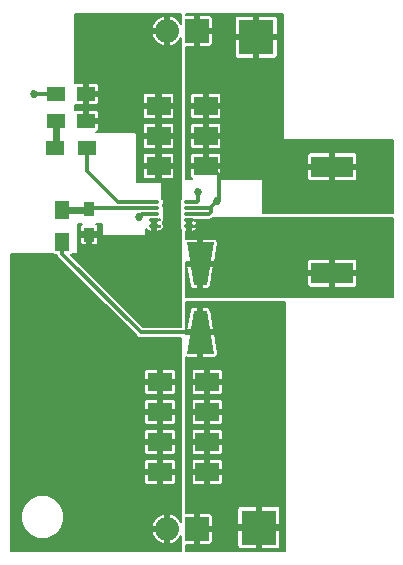
<source format=gtl>
G04 #@! TF.FileFunction,Copper,L1,Top,Signal*
%FSLAX46Y46*%
G04 Gerber Fmt 4.6, Leading zero omitted, Abs format (unit mm)*
G04 Created by KiCad (PCBNEW 0.201508140901+6091~28~ubuntu14.04.1-product) date Wed 04 Nov 2015 06:06:40 AM PST*
%MOMM*%
G01*
G04 APERTURE LIST*
%ADD10C,0.076200*%
%ADD11C,0.600000*%
%ADD12R,2.000000X1.600000*%
%ADD13R,1.500000X1.250000*%
%ADD14R,3.600000X1.800000*%
%ADD15R,2.032000X2.032000*%
%ADD16O,2.032000X2.032000*%
%ADD17R,2.999740X2.999740*%
%ADD18R,1.500000X1.300000*%
%ADD19R,1.300000X1.500000*%
%ADD20R,0.900000X1.200000*%
%ADD21O,0.850000X0.280000*%
%ADD22R,1.650000X2.400000*%
%ADD23R,0.280000X0.700000*%
%ADD24C,0.400000*%
%ADD25C,0.685800*%
%ADD26C,0.304800*%
%ADD27C,0.609600*%
%ADD28C,0.152400*%
G04 APERTURE END LIST*
D10*
D11*
X153681200Y-104950400D03*
X155681200Y-104950400D03*
X155681200Y-130450400D03*
X153681200Y-130450400D03*
X151681200Y-130450400D03*
X155681200Y-128450400D03*
X153681200Y-128450400D03*
X151681200Y-128450400D03*
X155681200Y-126450400D03*
X153681200Y-126450400D03*
X151681200Y-126450400D03*
X153681200Y-124450400D03*
X151681200Y-124450400D03*
X149681200Y-124450400D03*
X147681200Y-124450400D03*
X145681200Y-124450400D03*
X153681200Y-122450400D03*
X151681200Y-122450400D03*
X149681200Y-122450400D03*
X147681200Y-122450400D03*
X145681200Y-122450400D03*
X153681200Y-120450400D03*
X151681200Y-120450400D03*
X149681200Y-120450400D03*
X147681200Y-120450400D03*
X145681200Y-120450400D03*
X153681200Y-118450400D03*
X151681200Y-118450400D03*
X149681200Y-118450400D03*
X147681200Y-118450400D03*
X145681200Y-118450400D03*
X153681200Y-116450400D03*
X151681200Y-116450400D03*
X149681200Y-116450400D03*
X147681200Y-116450400D03*
X145681200Y-116450400D03*
X157681200Y-114450400D03*
X155681200Y-114450400D03*
X153681200Y-114450400D03*
X151681200Y-114450400D03*
X149681200Y-114450400D03*
X147681200Y-114450400D03*
X145681200Y-114450400D03*
X153681200Y-112450400D03*
X151681200Y-112450400D03*
X149681200Y-112450400D03*
X147681200Y-112450400D03*
X145681200Y-112450400D03*
X157681200Y-110450400D03*
X155681200Y-110450400D03*
X151681200Y-110450400D03*
X149681200Y-110450400D03*
X147681200Y-110450400D03*
X145681200Y-110450400D03*
X157681200Y-108450400D03*
X155681200Y-108450400D03*
X153681200Y-108450400D03*
X149681200Y-108450400D03*
X147681200Y-108450400D03*
X145681200Y-108450400D03*
X157681200Y-106450400D03*
X155681200Y-106450400D03*
X153681200Y-106450400D03*
X151681200Y-106450400D03*
X147681200Y-106450400D03*
X155231600Y-94055200D03*
X153231600Y-94055200D03*
X157231600Y-90055200D03*
X155231600Y-90055200D03*
X153231600Y-90055200D03*
X151231600Y-90055200D03*
X155231600Y-88055200D03*
X153231600Y-88055200D03*
X151231600Y-88055200D03*
X155231600Y-86055200D03*
X153231600Y-86055200D03*
X145681200Y-106450400D03*
D12*
X161512000Y-93218000D03*
X157512000Y-93218000D03*
X161512000Y-95758000D03*
X157512000Y-95758000D03*
X161512000Y-98298000D03*
X157512000Y-98298000D03*
D13*
X148864000Y-92202000D03*
X151364000Y-92202000D03*
X148864000Y-94488000D03*
X151364000Y-94488000D03*
D12*
X161639000Y-116586000D03*
X157639000Y-116586000D03*
X161639000Y-119126000D03*
X157639000Y-119126000D03*
X161639000Y-121666000D03*
X157639000Y-121666000D03*
X161639000Y-124206000D03*
X157639000Y-124206000D03*
D10*
G36*
X162185350Y-114175540D02*
X159886650Y-114175540D01*
X160486090Y-110573820D01*
X161585910Y-110573820D01*
X162185350Y-114175540D01*
X162185350Y-114175540D01*
G37*
G36*
X159886650Y-104772460D02*
X162185350Y-104772460D01*
X161585910Y-108374180D01*
X160486090Y-108374180D01*
X159886650Y-104772460D01*
X159886650Y-104772460D01*
G37*
D14*
X172212000Y-98370000D03*
X172212000Y-107370000D03*
D15*
X160782000Y-86868000D03*
D16*
X158242000Y-86868000D03*
D17*
X165785800Y-87401400D03*
X165989000Y-128905000D03*
D15*
X160782000Y-129032000D03*
D16*
X158242000Y-129032000D03*
D18*
X151464000Y-96774000D03*
X148764000Y-96774000D03*
D19*
X149352000Y-104728000D03*
X149352000Y-102028000D03*
D20*
X151638000Y-101897000D03*
X151638000Y-104097000D03*
D11*
X151231600Y-86055200D03*
D21*
X157148000Y-101362000D03*
X157148000Y-101862000D03*
X157148000Y-102362000D03*
X157148000Y-102862000D03*
X157148000Y-103362000D03*
X160098000Y-103362000D03*
X160098000Y-102862000D03*
X160098000Y-102362000D03*
X160098000Y-101862000D03*
X160098000Y-101362000D03*
D22*
X158623000Y-102362000D03*
D23*
X158873000Y-100812000D03*
X158373000Y-100812000D03*
X158873000Y-103912000D03*
X158373000Y-103912000D03*
D24*
X158623000Y-102362000D03*
X159123000Y-103112000D03*
X159123000Y-101612000D03*
X158123000Y-101612000D03*
X158123000Y-103112000D03*
D25*
X162496500Y-101219000D03*
X155829000Y-102616000D03*
X146939000Y-92202000D03*
X160845500Y-100457000D03*
D26*
X157148000Y-102362000D02*
X156083000Y-102362000D01*
X156083000Y-102362000D02*
X155829000Y-102616000D01*
X160098000Y-102362000D02*
X161798000Y-102362000D01*
X161988500Y-102171500D02*
X161988500Y-101727000D01*
X161798000Y-102362000D02*
X161988500Y-102171500D01*
X161512000Y-98298000D02*
X161861500Y-98298000D01*
X161861500Y-98298000D02*
X162623500Y-99060000D01*
X162623500Y-99060000D02*
X162623500Y-101092000D01*
X162623500Y-101092000D02*
X162496500Y-101219000D01*
X162496500Y-101219000D02*
X161988500Y-101727000D01*
X161988500Y-101727000D02*
X161853500Y-101862000D01*
X161853500Y-101862000D02*
X160098000Y-101862000D01*
X160098000Y-101362000D02*
X160766000Y-101362000D01*
X146939000Y-92202000D02*
X148864000Y-92202000D01*
X160845500Y-101282500D02*
X160845500Y-100457000D01*
X160766000Y-101362000D02*
X160845500Y-101282500D01*
D27*
X148864000Y-94488000D02*
X148864000Y-96674000D01*
X148864000Y-96674000D02*
X148764000Y-96774000D01*
D26*
X149352000Y-104728000D02*
X149352000Y-105727500D01*
X155999180Y-112374680D02*
X161036000Y-112374680D01*
X149352000Y-105727500D02*
X155999180Y-112374680D01*
X157148000Y-101362000D02*
X154122880Y-101362000D01*
X151464000Y-98703120D02*
X151464000Y-96774000D01*
X154122880Y-101362000D02*
X151464000Y-98703120D01*
X157148000Y-101862000D02*
X151673000Y-101862000D01*
X151673000Y-101862000D02*
X151638000Y-101897000D01*
D27*
X149352000Y-102028000D02*
X151380000Y-102028000D01*
X151380000Y-102028000D02*
X151638000Y-101770000D01*
D28*
G36*
X168198800Y-130862000D02*
X159842200Y-130862000D01*
X159842200Y-130378200D01*
X160521650Y-130378200D01*
X160604200Y-130295650D01*
X160604200Y-129209800D01*
X160959800Y-129209800D01*
X160959800Y-130295650D01*
X161042350Y-130378200D01*
X161863681Y-130378200D01*
X161985043Y-130327930D01*
X162077930Y-130235043D01*
X162128200Y-130113681D01*
X162128200Y-129292350D01*
X162045650Y-129209800D01*
X160959800Y-129209800D01*
X160604200Y-129209800D01*
X160584200Y-129209800D01*
X160584200Y-129165350D01*
X164158930Y-129165350D01*
X164158930Y-130470551D01*
X164209200Y-130591913D01*
X164302087Y-130684800D01*
X164423449Y-130735070D01*
X165728650Y-130735070D01*
X165811200Y-130652520D01*
X165811200Y-129082800D01*
X166166800Y-129082800D01*
X166166800Y-130652520D01*
X166249350Y-130735070D01*
X167554551Y-130735070D01*
X167675913Y-130684800D01*
X167768800Y-130591913D01*
X167819070Y-130470551D01*
X167819070Y-129165350D01*
X167736520Y-129082800D01*
X166166800Y-129082800D01*
X165811200Y-129082800D01*
X164241480Y-129082800D01*
X164158930Y-129165350D01*
X160584200Y-129165350D01*
X160584200Y-128854200D01*
X160604200Y-128854200D01*
X160604200Y-127768350D01*
X160959800Y-127768350D01*
X160959800Y-128854200D01*
X162045650Y-128854200D01*
X162128200Y-128771650D01*
X162128200Y-127950319D01*
X162077930Y-127828957D01*
X161985043Y-127736070D01*
X161863681Y-127685800D01*
X161042350Y-127685800D01*
X160959800Y-127768350D01*
X160604200Y-127768350D01*
X160521650Y-127685800D01*
X159842200Y-127685800D01*
X159842200Y-127339449D01*
X164158930Y-127339449D01*
X164158930Y-128644650D01*
X164241480Y-128727200D01*
X165811200Y-128727200D01*
X165811200Y-127157480D01*
X166166800Y-127157480D01*
X166166800Y-128727200D01*
X167736520Y-128727200D01*
X167819070Y-128644650D01*
X167819070Y-127339449D01*
X167768800Y-127218087D01*
X167675913Y-127125200D01*
X167554551Y-127074930D01*
X166249350Y-127074930D01*
X166166800Y-127157480D01*
X165811200Y-127157480D01*
X165728650Y-127074930D01*
X164423449Y-127074930D01*
X164302087Y-127125200D01*
X164209200Y-127218087D01*
X164158930Y-127339449D01*
X159842200Y-127339449D01*
X159842200Y-124466350D01*
X160308800Y-124466350D01*
X160308800Y-125071681D01*
X160359070Y-125193043D01*
X160451957Y-125285930D01*
X160573319Y-125336200D01*
X161378650Y-125336200D01*
X161461200Y-125253650D01*
X161461200Y-124383800D01*
X161816800Y-124383800D01*
X161816800Y-125253650D01*
X161899350Y-125336200D01*
X162704681Y-125336200D01*
X162826043Y-125285930D01*
X162918930Y-125193043D01*
X162969200Y-125071681D01*
X162969200Y-124466350D01*
X162886650Y-124383800D01*
X161816800Y-124383800D01*
X161461200Y-124383800D01*
X160391350Y-124383800D01*
X160308800Y-124466350D01*
X159842200Y-124466350D01*
X159842200Y-123340319D01*
X160308800Y-123340319D01*
X160308800Y-123945650D01*
X160391350Y-124028200D01*
X161461200Y-124028200D01*
X161461200Y-123158350D01*
X161816800Y-123158350D01*
X161816800Y-124028200D01*
X162886650Y-124028200D01*
X162969200Y-123945650D01*
X162969200Y-123340319D01*
X162918930Y-123218957D01*
X162826043Y-123126070D01*
X162704681Y-123075800D01*
X161899350Y-123075800D01*
X161816800Y-123158350D01*
X161461200Y-123158350D01*
X161378650Y-123075800D01*
X160573319Y-123075800D01*
X160451957Y-123126070D01*
X160359070Y-123218957D01*
X160308800Y-123340319D01*
X159842200Y-123340319D01*
X159842200Y-121926350D01*
X160308800Y-121926350D01*
X160308800Y-122531681D01*
X160359070Y-122653043D01*
X160451957Y-122745930D01*
X160573319Y-122796200D01*
X161378650Y-122796200D01*
X161461200Y-122713650D01*
X161461200Y-121843800D01*
X161816800Y-121843800D01*
X161816800Y-122713650D01*
X161899350Y-122796200D01*
X162704681Y-122796200D01*
X162826043Y-122745930D01*
X162918930Y-122653043D01*
X162969200Y-122531681D01*
X162969200Y-121926350D01*
X162886650Y-121843800D01*
X161816800Y-121843800D01*
X161461200Y-121843800D01*
X160391350Y-121843800D01*
X160308800Y-121926350D01*
X159842200Y-121926350D01*
X159842200Y-120800319D01*
X160308800Y-120800319D01*
X160308800Y-121405650D01*
X160391350Y-121488200D01*
X161461200Y-121488200D01*
X161461200Y-120618350D01*
X161816800Y-120618350D01*
X161816800Y-121488200D01*
X162886650Y-121488200D01*
X162969200Y-121405650D01*
X162969200Y-120800319D01*
X162918930Y-120678957D01*
X162826043Y-120586070D01*
X162704681Y-120535800D01*
X161899350Y-120535800D01*
X161816800Y-120618350D01*
X161461200Y-120618350D01*
X161378650Y-120535800D01*
X160573319Y-120535800D01*
X160451957Y-120586070D01*
X160359070Y-120678957D01*
X160308800Y-120800319D01*
X159842200Y-120800319D01*
X159842200Y-119386350D01*
X160308800Y-119386350D01*
X160308800Y-119991681D01*
X160359070Y-120113043D01*
X160451957Y-120205930D01*
X160573319Y-120256200D01*
X161378650Y-120256200D01*
X161461200Y-120173650D01*
X161461200Y-119303800D01*
X161816800Y-119303800D01*
X161816800Y-120173650D01*
X161899350Y-120256200D01*
X162704681Y-120256200D01*
X162826043Y-120205930D01*
X162918930Y-120113043D01*
X162969200Y-119991681D01*
X162969200Y-119386350D01*
X162886650Y-119303800D01*
X161816800Y-119303800D01*
X161461200Y-119303800D01*
X160391350Y-119303800D01*
X160308800Y-119386350D01*
X159842200Y-119386350D01*
X159842200Y-118260319D01*
X160308800Y-118260319D01*
X160308800Y-118865650D01*
X160391350Y-118948200D01*
X161461200Y-118948200D01*
X161461200Y-118078350D01*
X161816800Y-118078350D01*
X161816800Y-118948200D01*
X162886650Y-118948200D01*
X162969200Y-118865650D01*
X162969200Y-118260319D01*
X162918930Y-118138957D01*
X162826043Y-118046070D01*
X162704681Y-117995800D01*
X161899350Y-117995800D01*
X161816800Y-118078350D01*
X161461200Y-118078350D01*
X161378650Y-117995800D01*
X160573319Y-117995800D01*
X160451957Y-118046070D01*
X160359070Y-118138957D01*
X160308800Y-118260319D01*
X159842200Y-118260319D01*
X159842200Y-116846350D01*
X160308800Y-116846350D01*
X160308800Y-117451681D01*
X160359070Y-117573043D01*
X160451957Y-117665930D01*
X160573319Y-117716200D01*
X161378650Y-117716200D01*
X161461200Y-117633650D01*
X161461200Y-116763800D01*
X161816800Y-116763800D01*
X161816800Y-117633650D01*
X161899350Y-117716200D01*
X162704681Y-117716200D01*
X162826043Y-117665930D01*
X162918930Y-117573043D01*
X162969200Y-117451681D01*
X162969200Y-116846350D01*
X162886650Y-116763800D01*
X161816800Y-116763800D01*
X161461200Y-116763800D01*
X160391350Y-116763800D01*
X160308800Y-116846350D01*
X159842200Y-116846350D01*
X159842200Y-115720319D01*
X160308800Y-115720319D01*
X160308800Y-116325650D01*
X160391350Y-116408200D01*
X161461200Y-116408200D01*
X161461200Y-115538350D01*
X161816800Y-115538350D01*
X161816800Y-116408200D01*
X162886650Y-116408200D01*
X162969200Y-116325650D01*
X162969200Y-115720319D01*
X162918930Y-115598957D01*
X162826043Y-115506070D01*
X162704681Y-115455800D01*
X161899350Y-115455800D01*
X161816800Y-115538350D01*
X161461200Y-115538350D01*
X161378650Y-115455800D01*
X160573319Y-115455800D01*
X160451957Y-115506070D01*
X160359070Y-115598957D01*
X160308800Y-115720319D01*
X159842200Y-115720319D01*
X159842200Y-114503208D01*
X159886650Y-114512209D01*
X160858200Y-114512209D01*
X160858200Y-112552480D01*
X161213800Y-112552480D01*
X161213800Y-114512209D01*
X162185350Y-114512209D01*
X162357547Y-114464840D01*
X162456534Y-114375053D01*
X162512790Y-114253828D01*
X162517451Y-114120268D01*
X162256522Y-112552480D01*
X161213800Y-112552480D01*
X160858200Y-112552480D01*
X159842200Y-112552480D01*
X159842200Y-112196880D01*
X159874662Y-112196880D01*
X160858200Y-112196880D01*
X160858200Y-110237151D01*
X161213800Y-110237151D01*
X161213800Y-112196880D01*
X162197338Y-112196880D01*
X161918011Y-110518548D01*
X161899554Y-110451455D01*
X161827237Y-110339071D01*
X161716893Y-110263676D01*
X161585910Y-110237151D01*
X161213800Y-110237151D01*
X160858200Y-110237151D01*
X160486090Y-110237151D01*
X160416878Y-110244342D01*
X160294145Y-110297228D01*
X160201658Y-110393697D01*
X160153989Y-110518548D01*
X159874662Y-112196880D01*
X159842200Y-112196880D01*
X159842200Y-109804200D01*
X168198800Y-109804200D01*
X168198800Y-130862000D01*
X168198800Y-130862000D01*
G37*
X168198800Y-130862000D02*
X159842200Y-130862000D01*
X159842200Y-130378200D01*
X160521650Y-130378200D01*
X160604200Y-130295650D01*
X160604200Y-129209800D01*
X160959800Y-129209800D01*
X160959800Y-130295650D01*
X161042350Y-130378200D01*
X161863681Y-130378200D01*
X161985043Y-130327930D01*
X162077930Y-130235043D01*
X162128200Y-130113681D01*
X162128200Y-129292350D01*
X162045650Y-129209800D01*
X160959800Y-129209800D01*
X160604200Y-129209800D01*
X160584200Y-129209800D01*
X160584200Y-129165350D01*
X164158930Y-129165350D01*
X164158930Y-130470551D01*
X164209200Y-130591913D01*
X164302087Y-130684800D01*
X164423449Y-130735070D01*
X165728650Y-130735070D01*
X165811200Y-130652520D01*
X165811200Y-129082800D01*
X166166800Y-129082800D01*
X166166800Y-130652520D01*
X166249350Y-130735070D01*
X167554551Y-130735070D01*
X167675913Y-130684800D01*
X167768800Y-130591913D01*
X167819070Y-130470551D01*
X167819070Y-129165350D01*
X167736520Y-129082800D01*
X166166800Y-129082800D01*
X165811200Y-129082800D01*
X164241480Y-129082800D01*
X164158930Y-129165350D01*
X160584200Y-129165350D01*
X160584200Y-128854200D01*
X160604200Y-128854200D01*
X160604200Y-127768350D01*
X160959800Y-127768350D01*
X160959800Y-128854200D01*
X162045650Y-128854200D01*
X162128200Y-128771650D01*
X162128200Y-127950319D01*
X162077930Y-127828957D01*
X161985043Y-127736070D01*
X161863681Y-127685800D01*
X161042350Y-127685800D01*
X160959800Y-127768350D01*
X160604200Y-127768350D01*
X160521650Y-127685800D01*
X159842200Y-127685800D01*
X159842200Y-127339449D01*
X164158930Y-127339449D01*
X164158930Y-128644650D01*
X164241480Y-128727200D01*
X165811200Y-128727200D01*
X165811200Y-127157480D01*
X166166800Y-127157480D01*
X166166800Y-128727200D01*
X167736520Y-128727200D01*
X167819070Y-128644650D01*
X167819070Y-127339449D01*
X167768800Y-127218087D01*
X167675913Y-127125200D01*
X167554551Y-127074930D01*
X166249350Y-127074930D01*
X166166800Y-127157480D01*
X165811200Y-127157480D01*
X165728650Y-127074930D01*
X164423449Y-127074930D01*
X164302087Y-127125200D01*
X164209200Y-127218087D01*
X164158930Y-127339449D01*
X159842200Y-127339449D01*
X159842200Y-124466350D01*
X160308800Y-124466350D01*
X160308800Y-125071681D01*
X160359070Y-125193043D01*
X160451957Y-125285930D01*
X160573319Y-125336200D01*
X161378650Y-125336200D01*
X161461200Y-125253650D01*
X161461200Y-124383800D01*
X161816800Y-124383800D01*
X161816800Y-125253650D01*
X161899350Y-125336200D01*
X162704681Y-125336200D01*
X162826043Y-125285930D01*
X162918930Y-125193043D01*
X162969200Y-125071681D01*
X162969200Y-124466350D01*
X162886650Y-124383800D01*
X161816800Y-124383800D01*
X161461200Y-124383800D01*
X160391350Y-124383800D01*
X160308800Y-124466350D01*
X159842200Y-124466350D01*
X159842200Y-123340319D01*
X160308800Y-123340319D01*
X160308800Y-123945650D01*
X160391350Y-124028200D01*
X161461200Y-124028200D01*
X161461200Y-123158350D01*
X161816800Y-123158350D01*
X161816800Y-124028200D01*
X162886650Y-124028200D01*
X162969200Y-123945650D01*
X162969200Y-123340319D01*
X162918930Y-123218957D01*
X162826043Y-123126070D01*
X162704681Y-123075800D01*
X161899350Y-123075800D01*
X161816800Y-123158350D01*
X161461200Y-123158350D01*
X161378650Y-123075800D01*
X160573319Y-123075800D01*
X160451957Y-123126070D01*
X160359070Y-123218957D01*
X160308800Y-123340319D01*
X159842200Y-123340319D01*
X159842200Y-121926350D01*
X160308800Y-121926350D01*
X160308800Y-122531681D01*
X160359070Y-122653043D01*
X160451957Y-122745930D01*
X160573319Y-122796200D01*
X161378650Y-122796200D01*
X161461200Y-122713650D01*
X161461200Y-121843800D01*
X161816800Y-121843800D01*
X161816800Y-122713650D01*
X161899350Y-122796200D01*
X162704681Y-122796200D01*
X162826043Y-122745930D01*
X162918930Y-122653043D01*
X162969200Y-122531681D01*
X162969200Y-121926350D01*
X162886650Y-121843800D01*
X161816800Y-121843800D01*
X161461200Y-121843800D01*
X160391350Y-121843800D01*
X160308800Y-121926350D01*
X159842200Y-121926350D01*
X159842200Y-120800319D01*
X160308800Y-120800319D01*
X160308800Y-121405650D01*
X160391350Y-121488200D01*
X161461200Y-121488200D01*
X161461200Y-120618350D01*
X161816800Y-120618350D01*
X161816800Y-121488200D01*
X162886650Y-121488200D01*
X162969200Y-121405650D01*
X162969200Y-120800319D01*
X162918930Y-120678957D01*
X162826043Y-120586070D01*
X162704681Y-120535800D01*
X161899350Y-120535800D01*
X161816800Y-120618350D01*
X161461200Y-120618350D01*
X161378650Y-120535800D01*
X160573319Y-120535800D01*
X160451957Y-120586070D01*
X160359070Y-120678957D01*
X160308800Y-120800319D01*
X159842200Y-120800319D01*
X159842200Y-119386350D01*
X160308800Y-119386350D01*
X160308800Y-119991681D01*
X160359070Y-120113043D01*
X160451957Y-120205930D01*
X160573319Y-120256200D01*
X161378650Y-120256200D01*
X161461200Y-120173650D01*
X161461200Y-119303800D01*
X161816800Y-119303800D01*
X161816800Y-120173650D01*
X161899350Y-120256200D01*
X162704681Y-120256200D01*
X162826043Y-120205930D01*
X162918930Y-120113043D01*
X162969200Y-119991681D01*
X162969200Y-119386350D01*
X162886650Y-119303800D01*
X161816800Y-119303800D01*
X161461200Y-119303800D01*
X160391350Y-119303800D01*
X160308800Y-119386350D01*
X159842200Y-119386350D01*
X159842200Y-118260319D01*
X160308800Y-118260319D01*
X160308800Y-118865650D01*
X160391350Y-118948200D01*
X161461200Y-118948200D01*
X161461200Y-118078350D01*
X161816800Y-118078350D01*
X161816800Y-118948200D01*
X162886650Y-118948200D01*
X162969200Y-118865650D01*
X162969200Y-118260319D01*
X162918930Y-118138957D01*
X162826043Y-118046070D01*
X162704681Y-117995800D01*
X161899350Y-117995800D01*
X161816800Y-118078350D01*
X161461200Y-118078350D01*
X161378650Y-117995800D01*
X160573319Y-117995800D01*
X160451957Y-118046070D01*
X160359070Y-118138957D01*
X160308800Y-118260319D01*
X159842200Y-118260319D01*
X159842200Y-116846350D01*
X160308800Y-116846350D01*
X160308800Y-117451681D01*
X160359070Y-117573043D01*
X160451957Y-117665930D01*
X160573319Y-117716200D01*
X161378650Y-117716200D01*
X161461200Y-117633650D01*
X161461200Y-116763800D01*
X161816800Y-116763800D01*
X161816800Y-117633650D01*
X161899350Y-117716200D01*
X162704681Y-117716200D01*
X162826043Y-117665930D01*
X162918930Y-117573043D01*
X162969200Y-117451681D01*
X162969200Y-116846350D01*
X162886650Y-116763800D01*
X161816800Y-116763800D01*
X161461200Y-116763800D01*
X160391350Y-116763800D01*
X160308800Y-116846350D01*
X159842200Y-116846350D01*
X159842200Y-115720319D01*
X160308800Y-115720319D01*
X160308800Y-116325650D01*
X160391350Y-116408200D01*
X161461200Y-116408200D01*
X161461200Y-115538350D01*
X161816800Y-115538350D01*
X161816800Y-116408200D01*
X162886650Y-116408200D01*
X162969200Y-116325650D01*
X162969200Y-115720319D01*
X162918930Y-115598957D01*
X162826043Y-115506070D01*
X162704681Y-115455800D01*
X161899350Y-115455800D01*
X161816800Y-115538350D01*
X161461200Y-115538350D01*
X161378650Y-115455800D01*
X160573319Y-115455800D01*
X160451957Y-115506070D01*
X160359070Y-115598957D01*
X160308800Y-115720319D01*
X159842200Y-115720319D01*
X159842200Y-114503208D01*
X159886650Y-114512209D01*
X160858200Y-114512209D01*
X160858200Y-112552480D01*
X161213800Y-112552480D01*
X161213800Y-114512209D01*
X162185350Y-114512209D01*
X162357547Y-114464840D01*
X162456534Y-114375053D01*
X162512790Y-114253828D01*
X162517451Y-114120268D01*
X162256522Y-112552480D01*
X161213800Y-112552480D01*
X160858200Y-112552480D01*
X159842200Y-112552480D01*
X159842200Y-112196880D01*
X159874662Y-112196880D01*
X160858200Y-112196880D01*
X160858200Y-110237151D01*
X161213800Y-110237151D01*
X161213800Y-112196880D01*
X162197338Y-112196880D01*
X161918011Y-110518548D01*
X161899554Y-110451455D01*
X161827237Y-110339071D01*
X161716893Y-110263676D01*
X161585910Y-110237151D01*
X161213800Y-110237151D01*
X160858200Y-110237151D01*
X160486090Y-110237151D01*
X160416878Y-110244342D01*
X160294145Y-110297228D01*
X160201658Y-110393697D01*
X160153989Y-110518548D01*
X159874662Y-112196880D01*
X159842200Y-112196880D01*
X159842200Y-109804200D01*
X168198800Y-109804200D01*
X168198800Y-130862000D01*
G36*
X177344000Y-109397800D02*
X159842200Y-109397800D01*
X159842200Y-106751120D01*
X159874662Y-106751120D01*
X160153989Y-108429452D01*
X160172446Y-108496545D01*
X160244763Y-108608929D01*
X160355107Y-108684324D01*
X160486090Y-108710849D01*
X160858200Y-108710849D01*
X160858200Y-106751120D01*
X161213800Y-106751120D01*
X161213800Y-108710849D01*
X161585910Y-108710849D01*
X161655122Y-108703658D01*
X161777855Y-108650772D01*
X161870342Y-108554303D01*
X161918011Y-108429452D01*
X162051006Y-107630350D01*
X170081800Y-107630350D01*
X170081800Y-108335681D01*
X170132070Y-108457043D01*
X170224957Y-108549930D01*
X170346319Y-108600200D01*
X171951650Y-108600200D01*
X172034200Y-108517650D01*
X172034200Y-107547800D01*
X172389800Y-107547800D01*
X172389800Y-108517650D01*
X172472350Y-108600200D01*
X174077681Y-108600200D01*
X174199043Y-108549930D01*
X174291930Y-108457043D01*
X174342200Y-108335681D01*
X174342200Y-107630350D01*
X174259650Y-107547800D01*
X172389800Y-107547800D01*
X172034200Y-107547800D01*
X170164350Y-107547800D01*
X170081800Y-107630350D01*
X162051006Y-107630350D01*
X162197338Y-106751120D01*
X161213800Y-106751120D01*
X160858200Y-106751120D01*
X159874662Y-106751120D01*
X159842200Y-106751120D01*
X159842200Y-106404319D01*
X170081800Y-106404319D01*
X170081800Y-107109650D01*
X170164350Y-107192200D01*
X172034200Y-107192200D01*
X172034200Y-106222350D01*
X172389800Y-106222350D01*
X172389800Y-107192200D01*
X174259650Y-107192200D01*
X174342200Y-107109650D01*
X174342200Y-106404319D01*
X174291930Y-106282957D01*
X174199043Y-106190070D01*
X174077681Y-106139800D01*
X172472350Y-106139800D01*
X172389800Y-106222350D01*
X172034200Y-106222350D01*
X171951650Y-106139800D01*
X170346319Y-106139800D01*
X170224957Y-106190070D01*
X170132070Y-106282957D01*
X170081800Y-106404319D01*
X159842200Y-106404319D01*
X159842200Y-106395520D01*
X160858200Y-106395520D01*
X160858200Y-104435791D01*
X161213800Y-104435791D01*
X161213800Y-106395520D01*
X162256522Y-106395520D01*
X162517451Y-104827732D01*
X162498994Y-104650095D01*
X162426677Y-104537711D01*
X162316333Y-104462316D01*
X162185350Y-104435791D01*
X161213800Y-104435791D01*
X160858200Y-104435791D01*
X159886650Y-104435791D01*
X159842200Y-104448019D01*
X159842200Y-103862759D01*
X159842223Y-103862762D01*
X159920200Y-103769475D01*
X159920200Y-103432000D01*
X160275800Y-103432000D01*
X160275800Y-103769475D01*
X160353777Y-103862762D01*
X160547635Y-103835827D01*
X160716429Y-103736756D01*
X160831285Y-103503874D01*
X160764277Y-103432000D01*
X160275800Y-103432000D01*
X159920200Y-103432000D01*
X159900200Y-103432000D01*
X159900200Y-103293402D01*
X159901372Y-103292000D01*
X159920200Y-103292000D01*
X159920200Y-102932000D01*
X160275800Y-102932000D01*
X160275800Y-103292000D01*
X160294628Y-103292000D01*
X160353777Y-103362762D01*
X160547635Y-103335827D01*
X160622306Y-103292000D01*
X160764277Y-103292000D01*
X160831285Y-103220126D01*
X160777958Y-103112000D01*
X160831285Y-103003874D01*
X160764277Y-102932000D01*
X160622306Y-102932000D01*
X160547635Y-102888173D01*
X160353777Y-102861238D01*
X160294628Y-102932000D01*
X160275800Y-102932000D01*
X159920200Y-102932000D01*
X159901372Y-102932000D01*
X159900200Y-102930598D01*
X159900200Y-102832200D01*
X160035661Y-102832200D01*
X160098000Y-102844600D01*
X161798000Y-102844600D01*
X161982683Y-102807864D01*
X162139250Y-102703250D01*
X162150300Y-102692200D01*
X177344000Y-102692200D01*
X177344000Y-109397800D01*
X177344000Y-109397800D01*
G37*
X177344000Y-109397800D02*
X159842200Y-109397800D01*
X159842200Y-106751120D01*
X159874662Y-106751120D01*
X160153989Y-108429452D01*
X160172446Y-108496545D01*
X160244763Y-108608929D01*
X160355107Y-108684324D01*
X160486090Y-108710849D01*
X160858200Y-108710849D01*
X160858200Y-106751120D01*
X161213800Y-106751120D01*
X161213800Y-108710849D01*
X161585910Y-108710849D01*
X161655122Y-108703658D01*
X161777855Y-108650772D01*
X161870342Y-108554303D01*
X161918011Y-108429452D01*
X162051006Y-107630350D01*
X170081800Y-107630350D01*
X170081800Y-108335681D01*
X170132070Y-108457043D01*
X170224957Y-108549930D01*
X170346319Y-108600200D01*
X171951650Y-108600200D01*
X172034200Y-108517650D01*
X172034200Y-107547800D01*
X172389800Y-107547800D01*
X172389800Y-108517650D01*
X172472350Y-108600200D01*
X174077681Y-108600200D01*
X174199043Y-108549930D01*
X174291930Y-108457043D01*
X174342200Y-108335681D01*
X174342200Y-107630350D01*
X174259650Y-107547800D01*
X172389800Y-107547800D01*
X172034200Y-107547800D01*
X170164350Y-107547800D01*
X170081800Y-107630350D01*
X162051006Y-107630350D01*
X162197338Y-106751120D01*
X161213800Y-106751120D01*
X160858200Y-106751120D01*
X159874662Y-106751120D01*
X159842200Y-106751120D01*
X159842200Y-106404319D01*
X170081800Y-106404319D01*
X170081800Y-107109650D01*
X170164350Y-107192200D01*
X172034200Y-107192200D01*
X172034200Y-106222350D01*
X172389800Y-106222350D01*
X172389800Y-107192200D01*
X174259650Y-107192200D01*
X174342200Y-107109650D01*
X174342200Y-106404319D01*
X174291930Y-106282957D01*
X174199043Y-106190070D01*
X174077681Y-106139800D01*
X172472350Y-106139800D01*
X172389800Y-106222350D01*
X172034200Y-106222350D01*
X171951650Y-106139800D01*
X170346319Y-106139800D01*
X170224957Y-106190070D01*
X170132070Y-106282957D01*
X170081800Y-106404319D01*
X159842200Y-106404319D01*
X159842200Y-106395520D01*
X160858200Y-106395520D01*
X160858200Y-104435791D01*
X161213800Y-104435791D01*
X161213800Y-106395520D01*
X162256522Y-106395520D01*
X162517451Y-104827732D01*
X162498994Y-104650095D01*
X162426677Y-104537711D01*
X162316333Y-104462316D01*
X162185350Y-104435791D01*
X161213800Y-104435791D01*
X160858200Y-104435791D01*
X159886650Y-104435791D01*
X159842200Y-104448019D01*
X159842200Y-103862759D01*
X159842223Y-103862762D01*
X159920200Y-103769475D01*
X159920200Y-103432000D01*
X160275800Y-103432000D01*
X160275800Y-103769475D01*
X160353777Y-103862762D01*
X160547635Y-103835827D01*
X160716429Y-103736756D01*
X160831285Y-103503874D01*
X160764277Y-103432000D01*
X160275800Y-103432000D01*
X159920200Y-103432000D01*
X159900200Y-103432000D01*
X159900200Y-103293402D01*
X159901372Y-103292000D01*
X159920200Y-103292000D01*
X159920200Y-102932000D01*
X160275800Y-102932000D01*
X160275800Y-103292000D01*
X160294628Y-103292000D01*
X160353777Y-103362762D01*
X160547635Y-103335827D01*
X160622306Y-103292000D01*
X160764277Y-103292000D01*
X160831285Y-103220126D01*
X160777958Y-103112000D01*
X160831285Y-103003874D01*
X160764277Y-102932000D01*
X160622306Y-102932000D01*
X160547635Y-102888173D01*
X160353777Y-102861238D01*
X160294628Y-102932000D01*
X160275800Y-102932000D01*
X159920200Y-102932000D01*
X159901372Y-102932000D01*
X159900200Y-102930598D01*
X159900200Y-102832200D01*
X160035661Y-102832200D01*
X160098000Y-102844600D01*
X161798000Y-102844600D01*
X161982683Y-102807864D01*
X162139250Y-102703250D01*
X162150300Y-102692200D01*
X177344000Y-102692200D01*
X177344000Y-109397800D01*
G36*
X168071800Y-96012000D02*
X168077803Y-96041646D01*
X168094868Y-96066621D01*
X168120305Y-96082989D01*
X168148000Y-96088200D01*
X177344000Y-96088200D01*
X177344000Y-102285800D01*
X166319200Y-102285800D01*
X166319200Y-99441000D01*
X166313197Y-99411354D01*
X166296132Y-99386379D01*
X166270695Y-99370011D01*
X166243000Y-99364800D01*
X162712173Y-99364800D01*
X162791930Y-99285043D01*
X162842200Y-99163681D01*
X162842200Y-98630350D01*
X170081800Y-98630350D01*
X170081800Y-99335681D01*
X170132070Y-99457043D01*
X170224957Y-99549930D01*
X170346319Y-99600200D01*
X171951650Y-99600200D01*
X172034200Y-99517650D01*
X172034200Y-98547800D01*
X172389800Y-98547800D01*
X172389800Y-99517650D01*
X172472350Y-99600200D01*
X174077681Y-99600200D01*
X174199043Y-99549930D01*
X174291930Y-99457043D01*
X174342200Y-99335681D01*
X174342200Y-98630350D01*
X174259650Y-98547800D01*
X172389800Y-98547800D01*
X172034200Y-98547800D01*
X170164350Y-98547800D01*
X170081800Y-98630350D01*
X162842200Y-98630350D01*
X162842200Y-98558350D01*
X162759650Y-98475800D01*
X161689800Y-98475800D01*
X161689800Y-98495800D01*
X161334200Y-98495800D01*
X161334200Y-98475800D01*
X160264350Y-98475800D01*
X160181800Y-98558350D01*
X160181800Y-99163681D01*
X160232070Y-99285043D01*
X160311827Y-99364800D01*
X159842200Y-99364800D01*
X159842200Y-97432319D01*
X160181800Y-97432319D01*
X160181800Y-98037650D01*
X160264350Y-98120200D01*
X161334200Y-98120200D01*
X161334200Y-97250350D01*
X161689800Y-97250350D01*
X161689800Y-98120200D01*
X162759650Y-98120200D01*
X162842200Y-98037650D01*
X162842200Y-97432319D01*
X162830602Y-97404319D01*
X170081800Y-97404319D01*
X170081800Y-98109650D01*
X170164350Y-98192200D01*
X172034200Y-98192200D01*
X172034200Y-97222350D01*
X172389800Y-97222350D01*
X172389800Y-98192200D01*
X174259650Y-98192200D01*
X174342200Y-98109650D01*
X174342200Y-97404319D01*
X174291930Y-97282957D01*
X174199043Y-97190070D01*
X174077681Y-97139800D01*
X172472350Y-97139800D01*
X172389800Y-97222350D01*
X172034200Y-97222350D01*
X171951650Y-97139800D01*
X170346319Y-97139800D01*
X170224957Y-97190070D01*
X170132070Y-97282957D01*
X170081800Y-97404319D01*
X162830602Y-97404319D01*
X162791930Y-97310957D01*
X162699043Y-97218070D01*
X162577681Y-97167800D01*
X161772350Y-97167800D01*
X161689800Y-97250350D01*
X161334200Y-97250350D01*
X161251650Y-97167800D01*
X160446319Y-97167800D01*
X160324957Y-97218070D01*
X160232070Y-97310957D01*
X160181800Y-97432319D01*
X159842200Y-97432319D01*
X159842200Y-96018350D01*
X160181800Y-96018350D01*
X160181800Y-96623681D01*
X160232070Y-96745043D01*
X160324957Y-96837930D01*
X160446319Y-96888200D01*
X161251650Y-96888200D01*
X161334200Y-96805650D01*
X161334200Y-95935800D01*
X161689800Y-95935800D01*
X161689800Y-96805650D01*
X161772350Y-96888200D01*
X162577681Y-96888200D01*
X162699043Y-96837930D01*
X162791930Y-96745043D01*
X162842200Y-96623681D01*
X162842200Y-96018350D01*
X162759650Y-95935800D01*
X161689800Y-95935800D01*
X161334200Y-95935800D01*
X160264350Y-95935800D01*
X160181800Y-96018350D01*
X159842200Y-96018350D01*
X159842200Y-94892319D01*
X160181800Y-94892319D01*
X160181800Y-95497650D01*
X160264350Y-95580200D01*
X161334200Y-95580200D01*
X161334200Y-94710350D01*
X161689800Y-94710350D01*
X161689800Y-95580200D01*
X162759650Y-95580200D01*
X162842200Y-95497650D01*
X162842200Y-94892319D01*
X162791930Y-94770957D01*
X162699043Y-94678070D01*
X162577681Y-94627800D01*
X161772350Y-94627800D01*
X161689800Y-94710350D01*
X161334200Y-94710350D01*
X161251650Y-94627800D01*
X160446319Y-94627800D01*
X160324957Y-94678070D01*
X160232070Y-94770957D01*
X160181800Y-94892319D01*
X159842200Y-94892319D01*
X159842200Y-93478350D01*
X160181800Y-93478350D01*
X160181800Y-94083681D01*
X160232070Y-94205043D01*
X160324957Y-94297930D01*
X160446319Y-94348200D01*
X161251650Y-94348200D01*
X161334200Y-94265650D01*
X161334200Y-93395800D01*
X161689800Y-93395800D01*
X161689800Y-94265650D01*
X161772350Y-94348200D01*
X162577681Y-94348200D01*
X162699043Y-94297930D01*
X162791930Y-94205043D01*
X162842200Y-94083681D01*
X162842200Y-93478350D01*
X162759650Y-93395800D01*
X161689800Y-93395800D01*
X161334200Y-93395800D01*
X160264350Y-93395800D01*
X160181800Y-93478350D01*
X159842200Y-93478350D01*
X159842200Y-92352319D01*
X160181800Y-92352319D01*
X160181800Y-92957650D01*
X160264350Y-93040200D01*
X161334200Y-93040200D01*
X161334200Y-92170350D01*
X161689800Y-92170350D01*
X161689800Y-93040200D01*
X162759650Y-93040200D01*
X162842200Y-92957650D01*
X162842200Y-92352319D01*
X162791930Y-92230957D01*
X162699043Y-92138070D01*
X162577681Y-92087800D01*
X161772350Y-92087800D01*
X161689800Y-92170350D01*
X161334200Y-92170350D01*
X161251650Y-92087800D01*
X160446319Y-92087800D01*
X160324957Y-92138070D01*
X160232070Y-92230957D01*
X160181800Y-92352319D01*
X159842200Y-92352319D01*
X159842200Y-88214200D01*
X160521650Y-88214200D01*
X160604200Y-88131650D01*
X160604200Y-87045800D01*
X160959800Y-87045800D01*
X160959800Y-88131650D01*
X161042350Y-88214200D01*
X161863681Y-88214200D01*
X161985043Y-88163930D01*
X162077930Y-88071043D01*
X162128200Y-87949681D01*
X162128200Y-87661750D01*
X163955730Y-87661750D01*
X163955730Y-88966951D01*
X164006000Y-89088313D01*
X164098887Y-89181200D01*
X164220249Y-89231470D01*
X165525450Y-89231470D01*
X165608000Y-89148920D01*
X165608000Y-87579200D01*
X165963600Y-87579200D01*
X165963600Y-89148920D01*
X166046150Y-89231470D01*
X167351351Y-89231470D01*
X167472713Y-89181200D01*
X167565600Y-89088313D01*
X167615870Y-88966951D01*
X167615870Y-87661750D01*
X167533320Y-87579200D01*
X165963600Y-87579200D01*
X165608000Y-87579200D01*
X164038280Y-87579200D01*
X163955730Y-87661750D01*
X162128200Y-87661750D01*
X162128200Y-87128350D01*
X162045650Y-87045800D01*
X160959800Y-87045800D01*
X160604200Y-87045800D01*
X160584200Y-87045800D01*
X160584200Y-86690200D01*
X160604200Y-86690200D01*
X160604200Y-85604350D01*
X160959800Y-85604350D01*
X160959800Y-86690200D01*
X162045650Y-86690200D01*
X162128200Y-86607650D01*
X162128200Y-85835849D01*
X163955730Y-85835849D01*
X163955730Y-87141050D01*
X164038280Y-87223600D01*
X165608000Y-87223600D01*
X165608000Y-85653880D01*
X165963600Y-85653880D01*
X165963600Y-87223600D01*
X167533320Y-87223600D01*
X167615870Y-87141050D01*
X167615870Y-85835849D01*
X167565600Y-85714487D01*
X167472713Y-85621600D01*
X167351351Y-85571330D01*
X166046150Y-85571330D01*
X165963600Y-85653880D01*
X165608000Y-85653880D01*
X165525450Y-85571330D01*
X164220249Y-85571330D01*
X164098887Y-85621600D01*
X164006000Y-85714487D01*
X163955730Y-85835849D01*
X162128200Y-85835849D01*
X162128200Y-85786319D01*
X162077930Y-85664957D01*
X161985043Y-85572070D01*
X161863681Y-85521800D01*
X161042350Y-85521800D01*
X160959800Y-85604350D01*
X160604200Y-85604350D01*
X160521650Y-85521800D01*
X159842200Y-85521800D01*
X159842200Y-85419000D01*
X168071800Y-85419000D01*
X168071800Y-96012000D01*
X168071800Y-96012000D01*
G37*
X168071800Y-96012000D02*
X168077803Y-96041646D01*
X168094868Y-96066621D01*
X168120305Y-96082989D01*
X168148000Y-96088200D01*
X177344000Y-96088200D01*
X177344000Y-102285800D01*
X166319200Y-102285800D01*
X166319200Y-99441000D01*
X166313197Y-99411354D01*
X166296132Y-99386379D01*
X166270695Y-99370011D01*
X166243000Y-99364800D01*
X162712173Y-99364800D01*
X162791930Y-99285043D01*
X162842200Y-99163681D01*
X162842200Y-98630350D01*
X170081800Y-98630350D01*
X170081800Y-99335681D01*
X170132070Y-99457043D01*
X170224957Y-99549930D01*
X170346319Y-99600200D01*
X171951650Y-99600200D01*
X172034200Y-99517650D01*
X172034200Y-98547800D01*
X172389800Y-98547800D01*
X172389800Y-99517650D01*
X172472350Y-99600200D01*
X174077681Y-99600200D01*
X174199043Y-99549930D01*
X174291930Y-99457043D01*
X174342200Y-99335681D01*
X174342200Y-98630350D01*
X174259650Y-98547800D01*
X172389800Y-98547800D01*
X172034200Y-98547800D01*
X170164350Y-98547800D01*
X170081800Y-98630350D01*
X162842200Y-98630350D01*
X162842200Y-98558350D01*
X162759650Y-98475800D01*
X161689800Y-98475800D01*
X161689800Y-98495800D01*
X161334200Y-98495800D01*
X161334200Y-98475800D01*
X160264350Y-98475800D01*
X160181800Y-98558350D01*
X160181800Y-99163681D01*
X160232070Y-99285043D01*
X160311827Y-99364800D01*
X159842200Y-99364800D01*
X159842200Y-97432319D01*
X160181800Y-97432319D01*
X160181800Y-98037650D01*
X160264350Y-98120200D01*
X161334200Y-98120200D01*
X161334200Y-97250350D01*
X161689800Y-97250350D01*
X161689800Y-98120200D01*
X162759650Y-98120200D01*
X162842200Y-98037650D01*
X162842200Y-97432319D01*
X162830602Y-97404319D01*
X170081800Y-97404319D01*
X170081800Y-98109650D01*
X170164350Y-98192200D01*
X172034200Y-98192200D01*
X172034200Y-97222350D01*
X172389800Y-97222350D01*
X172389800Y-98192200D01*
X174259650Y-98192200D01*
X174342200Y-98109650D01*
X174342200Y-97404319D01*
X174291930Y-97282957D01*
X174199043Y-97190070D01*
X174077681Y-97139800D01*
X172472350Y-97139800D01*
X172389800Y-97222350D01*
X172034200Y-97222350D01*
X171951650Y-97139800D01*
X170346319Y-97139800D01*
X170224957Y-97190070D01*
X170132070Y-97282957D01*
X170081800Y-97404319D01*
X162830602Y-97404319D01*
X162791930Y-97310957D01*
X162699043Y-97218070D01*
X162577681Y-97167800D01*
X161772350Y-97167800D01*
X161689800Y-97250350D01*
X161334200Y-97250350D01*
X161251650Y-97167800D01*
X160446319Y-97167800D01*
X160324957Y-97218070D01*
X160232070Y-97310957D01*
X160181800Y-97432319D01*
X159842200Y-97432319D01*
X159842200Y-96018350D01*
X160181800Y-96018350D01*
X160181800Y-96623681D01*
X160232070Y-96745043D01*
X160324957Y-96837930D01*
X160446319Y-96888200D01*
X161251650Y-96888200D01*
X161334200Y-96805650D01*
X161334200Y-95935800D01*
X161689800Y-95935800D01*
X161689800Y-96805650D01*
X161772350Y-96888200D01*
X162577681Y-96888200D01*
X162699043Y-96837930D01*
X162791930Y-96745043D01*
X162842200Y-96623681D01*
X162842200Y-96018350D01*
X162759650Y-95935800D01*
X161689800Y-95935800D01*
X161334200Y-95935800D01*
X160264350Y-95935800D01*
X160181800Y-96018350D01*
X159842200Y-96018350D01*
X159842200Y-94892319D01*
X160181800Y-94892319D01*
X160181800Y-95497650D01*
X160264350Y-95580200D01*
X161334200Y-95580200D01*
X161334200Y-94710350D01*
X161689800Y-94710350D01*
X161689800Y-95580200D01*
X162759650Y-95580200D01*
X162842200Y-95497650D01*
X162842200Y-94892319D01*
X162791930Y-94770957D01*
X162699043Y-94678070D01*
X162577681Y-94627800D01*
X161772350Y-94627800D01*
X161689800Y-94710350D01*
X161334200Y-94710350D01*
X161251650Y-94627800D01*
X160446319Y-94627800D01*
X160324957Y-94678070D01*
X160232070Y-94770957D01*
X160181800Y-94892319D01*
X159842200Y-94892319D01*
X159842200Y-93478350D01*
X160181800Y-93478350D01*
X160181800Y-94083681D01*
X160232070Y-94205043D01*
X160324957Y-94297930D01*
X160446319Y-94348200D01*
X161251650Y-94348200D01*
X161334200Y-94265650D01*
X161334200Y-93395800D01*
X161689800Y-93395800D01*
X161689800Y-94265650D01*
X161772350Y-94348200D01*
X162577681Y-94348200D01*
X162699043Y-94297930D01*
X162791930Y-94205043D01*
X162842200Y-94083681D01*
X162842200Y-93478350D01*
X162759650Y-93395800D01*
X161689800Y-93395800D01*
X161334200Y-93395800D01*
X160264350Y-93395800D01*
X160181800Y-93478350D01*
X159842200Y-93478350D01*
X159842200Y-92352319D01*
X160181800Y-92352319D01*
X160181800Y-92957650D01*
X160264350Y-93040200D01*
X161334200Y-93040200D01*
X161334200Y-92170350D01*
X161689800Y-92170350D01*
X161689800Y-93040200D01*
X162759650Y-93040200D01*
X162842200Y-92957650D01*
X162842200Y-92352319D01*
X162791930Y-92230957D01*
X162699043Y-92138070D01*
X162577681Y-92087800D01*
X161772350Y-92087800D01*
X161689800Y-92170350D01*
X161334200Y-92170350D01*
X161251650Y-92087800D01*
X160446319Y-92087800D01*
X160324957Y-92138070D01*
X160232070Y-92230957D01*
X160181800Y-92352319D01*
X159842200Y-92352319D01*
X159842200Y-88214200D01*
X160521650Y-88214200D01*
X160604200Y-88131650D01*
X160604200Y-87045800D01*
X160959800Y-87045800D01*
X160959800Y-88131650D01*
X161042350Y-88214200D01*
X161863681Y-88214200D01*
X161985043Y-88163930D01*
X162077930Y-88071043D01*
X162128200Y-87949681D01*
X162128200Y-87661750D01*
X163955730Y-87661750D01*
X163955730Y-88966951D01*
X164006000Y-89088313D01*
X164098887Y-89181200D01*
X164220249Y-89231470D01*
X165525450Y-89231470D01*
X165608000Y-89148920D01*
X165608000Y-87579200D01*
X165963600Y-87579200D01*
X165963600Y-89148920D01*
X166046150Y-89231470D01*
X167351351Y-89231470D01*
X167472713Y-89181200D01*
X167565600Y-89088313D01*
X167615870Y-88966951D01*
X167615870Y-87661750D01*
X167533320Y-87579200D01*
X165963600Y-87579200D01*
X165608000Y-87579200D01*
X164038280Y-87579200D01*
X163955730Y-87661750D01*
X162128200Y-87661750D01*
X162128200Y-87128350D01*
X162045650Y-87045800D01*
X160959800Y-87045800D01*
X160604200Y-87045800D01*
X160584200Y-87045800D01*
X160584200Y-86690200D01*
X160604200Y-86690200D01*
X160604200Y-85604350D01*
X160959800Y-85604350D01*
X160959800Y-86690200D01*
X162045650Y-86690200D01*
X162128200Y-86607650D01*
X162128200Y-85835849D01*
X163955730Y-85835849D01*
X163955730Y-87141050D01*
X164038280Y-87223600D01*
X165608000Y-87223600D01*
X165608000Y-85653880D01*
X165963600Y-85653880D01*
X165963600Y-87223600D01*
X167533320Y-87223600D01*
X167615870Y-87141050D01*
X167615870Y-85835849D01*
X167565600Y-85714487D01*
X167472713Y-85621600D01*
X167351351Y-85571330D01*
X166046150Y-85571330D01*
X165963600Y-85653880D01*
X165608000Y-85653880D01*
X165525450Y-85571330D01*
X164220249Y-85571330D01*
X164098887Y-85621600D01*
X164006000Y-85714487D01*
X163955730Y-85835849D01*
X162128200Y-85835849D01*
X162128200Y-85786319D01*
X162077930Y-85664957D01*
X161985043Y-85572070D01*
X161863681Y-85521800D01*
X161042350Y-85521800D01*
X160959800Y-85604350D01*
X160604200Y-85604350D01*
X160521650Y-85521800D01*
X159842200Y-85521800D01*
X159842200Y-85419000D01*
X168071800Y-85419000D01*
X168071800Y-96012000D01*
G36*
X148571017Y-105788144D02*
X148702000Y-105814669D01*
X148886739Y-105814669D01*
X148906136Y-105912183D01*
X149010750Y-106068750D01*
X155657930Y-112715930D01*
X155814497Y-112820544D01*
X155999180Y-112857280D01*
X159435800Y-112857280D01*
X159435800Y-127984055D01*
X159429331Y-128016000D01*
X159429331Y-128452896D01*
X159286881Y-128183167D01*
X158882510Y-127847922D01*
X158626358Y-127741836D01*
X158419800Y-127780921D01*
X158419800Y-128854200D01*
X158439800Y-128854200D01*
X158439800Y-129209800D01*
X158419800Y-129209800D01*
X158419800Y-130283079D01*
X158626358Y-130322164D01*
X158882510Y-130216078D01*
X159286881Y-129880833D01*
X159429331Y-129611104D01*
X159429331Y-130048000D01*
X159435800Y-130082379D01*
X159435800Y-130862000D01*
X144982000Y-130862000D01*
X144982000Y-128378452D01*
X145870483Y-128378452D01*
X146148527Y-129051371D01*
X146662921Y-129566664D01*
X147335354Y-129845882D01*
X148063452Y-129846517D01*
X148736371Y-129568473D01*
X148888748Y-129416361D01*
X156951821Y-129416361D01*
X157197119Y-129880833D01*
X157601490Y-130216078D01*
X157857642Y-130322164D01*
X158064200Y-130283079D01*
X158064200Y-129209800D01*
X156990128Y-129209800D01*
X156951821Y-129416361D01*
X148888748Y-129416361D01*
X149251664Y-129054079D01*
X149420432Y-128647639D01*
X156951821Y-128647639D01*
X156990128Y-128854200D01*
X158064200Y-128854200D01*
X158064200Y-127780921D01*
X157857642Y-127741836D01*
X157601490Y-127847922D01*
X157197119Y-128183167D01*
X156951821Y-128647639D01*
X149420432Y-128647639D01*
X149530882Y-128381646D01*
X149531517Y-127653548D01*
X149253473Y-126980629D01*
X148739079Y-126465336D01*
X148066646Y-126186118D01*
X147338548Y-126185483D01*
X146665629Y-126463527D01*
X146150336Y-126977921D01*
X145871118Y-127650354D01*
X145870483Y-128378452D01*
X144982000Y-128378452D01*
X144982000Y-124466350D01*
X156308800Y-124466350D01*
X156308800Y-125071681D01*
X156359070Y-125193043D01*
X156451957Y-125285930D01*
X156573319Y-125336200D01*
X157378650Y-125336200D01*
X157461200Y-125253650D01*
X157461200Y-124383800D01*
X157816800Y-124383800D01*
X157816800Y-125253650D01*
X157899350Y-125336200D01*
X158704681Y-125336200D01*
X158826043Y-125285930D01*
X158918930Y-125193043D01*
X158969200Y-125071681D01*
X158969200Y-124466350D01*
X158886650Y-124383800D01*
X157816800Y-124383800D01*
X157461200Y-124383800D01*
X156391350Y-124383800D01*
X156308800Y-124466350D01*
X144982000Y-124466350D01*
X144982000Y-123340319D01*
X156308800Y-123340319D01*
X156308800Y-123945650D01*
X156391350Y-124028200D01*
X157461200Y-124028200D01*
X157461200Y-123158350D01*
X157816800Y-123158350D01*
X157816800Y-124028200D01*
X158886650Y-124028200D01*
X158969200Y-123945650D01*
X158969200Y-123340319D01*
X158918930Y-123218957D01*
X158826043Y-123126070D01*
X158704681Y-123075800D01*
X157899350Y-123075800D01*
X157816800Y-123158350D01*
X157461200Y-123158350D01*
X157378650Y-123075800D01*
X156573319Y-123075800D01*
X156451957Y-123126070D01*
X156359070Y-123218957D01*
X156308800Y-123340319D01*
X144982000Y-123340319D01*
X144982000Y-121926350D01*
X156308800Y-121926350D01*
X156308800Y-122531681D01*
X156359070Y-122653043D01*
X156451957Y-122745930D01*
X156573319Y-122796200D01*
X157378650Y-122796200D01*
X157461200Y-122713650D01*
X157461200Y-121843800D01*
X157816800Y-121843800D01*
X157816800Y-122713650D01*
X157899350Y-122796200D01*
X158704681Y-122796200D01*
X158826043Y-122745930D01*
X158918930Y-122653043D01*
X158969200Y-122531681D01*
X158969200Y-121926350D01*
X158886650Y-121843800D01*
X157816800Y-121843800D01*
X157461200Y-121843800D01*
X156391350Y-121843800D01*
X156308800Y-121926350D01*
X144982000Y-121926350D01*
X144982000Y-120800319D01*
X156308800Y-120800319D01*
X156308800Y-121405650D01*
X156391350Y-121488200D01*
X157461200Y-121488200D01*
X157461200Y-120618350D01*
X157816800Y-120618350D01*
X157816800Y-121488200D01*
X158886650Y-121488200D01*
X158969200Y-121405650D01*
X158969200Y-120800319D01*
X158918930Y-120678957D01*
X158826043Y-120586070D01*
X158704681Y-120535800D01*
X157899350Y-120535800D01*
X157816800Y-120618350D01*
X157461200Y-120618350D01*
X157378650Y-120535800D01*
X156573319Y-120535800D01*
X156451957Y-120586070D01*
X156359070Y-120678957D01*
X156308800Y-120800319D01*
X144982000Y-120800319D01*
X144982000Y-119386350D01*
X156308800Y-119386350D01*
X156308800Y-119991681D01*
X156359070Y-120113043D01*
X156451957Y-120205930D01*
X156573319Y-120256200D01*
X157378650Y-120256200D01*
X157461200Y-120173650D01*
X157461200Y-119303800D01*
X157816800Y-119303800D01*
X157816800Y-120173650D01*
X157899350Y-120256200D01*
X158704681Y-120256200D01*
X158826043Y-120205930D01*
X158918930Y-120113043D01*
X158969200Y-119991681D01*
X158969200Y-119386350D01*
X158886650Y-119303800D01*
X157816800Y-119303800D01*
X157461200Y-119303800D01*
X156391350Y-119303800D01*
X156308800Y-119386350D01*
X144982000Y-119386350D01*
X144982000Y-118260319D01*
X156308800Y-118260319D01*
X156308800Y-118865650D01*
X156391350Y-118948200D01*
X157461200Y-118948200D01*
X157461200Y-118078350D01*
X157816800Y-118078350D01*
X157816800Y-118948200D01*
X158886650Y-118948200D01*
X158969200Y-118865650D01*
X158969200Y-118260319D01*
X158918930Y-118138957D01*
X158826043Y-118046070D01*
X158704681Y-117995800D01*
X157899350Y-117995800D01*
X157816800Y-118078350D01*
X157461200Y-118078350D01*
X157378650Y-117995800D01*
X156573319Y-117995800D01*
X156451957Y-118046070D01*
X156359070Y-118138957D01*
X156308800Y-118260319D01*
X144982000Y-118260319D01*
X144982000Y-116846350D01*
X156308800Y-116846350D01*
X156308800Y-117451681D01*
X156359070Y-117573043D01*
X156451957Y-117665930D01*
X156573319Y-117716200D01*
X157378650Y-117716200D01*
X157461200Y-117633650D01*
X157461200Y-116763800D01*
X157816800Y-116763800D01*
X157816800Y-117633650D01*
X157899350Y-117716200D01*
X158704681Y-117716200D01*
X158826043Y-117665930D01*
X158918930Y-117573043D01*
X158969200Y-117451681D01*
X158969200Y-116846350D01*
X158886650Y-116763800D01*
X157816800Y-116763800D01*
X157461200Y-116763800D01*
X156391350Y-116763800D01*
X156308800Y-116846350D01*
X144982000Y-116846350D01*
X144982000Y-115720319D01*
X156308800Y-115720319D01*
X156308800Y-116325650D01*
X156391350Y-116408200D01*
X157461200Y-116408200D01*
X157461200Y-115538350D01*
X157816800Y-115538350D01*
X157816800Y-116408200D01*
X158886650Y-116408200D01*
X158969200Y-116325650D01*
X158969200Y-115720319D01*
X158918930Y-115598957D01*
X158826043Y-115506070D01*
X158704681Y-115455800D01*
X157899350Y-115455800D01*
X157816800Y-115538350D01*
X157461200Y-115538350D01*
X157378650Y-115455800D01*
X156573319Y-115455800D01*
X156451957Y-115506070D01*
X156359070Y-115598957D01*
X156308800Y-115720319D01*
X144982000Y-115720319D01*
X144982000Y-105740200D01*
X148500849Y-105740200D01*
X148571017Y-105788144D01*
X148571017Y-105788144D01*
G37*
X148571017Y-105788144D02*
X148702000Y-105814669D01*
X148886739Y-105814669D01*
X148906136Y-105912183D01*
X149010750Y-106068750D01*
X155657930Y-112715930D01*
X155814497Y-112820544D01*
X155999180Y-112857280D01*
X159435800Y-112857280D01*
X159435800Y-127984055D01*
X159429331Y-128016000D01*
X159429331Y-128452896D01*
X159286881Y-128183167D01*
X158882510Y-127847922D01*
X158626358Y-127741836D01*
X158419800Y-127780921D01*
X158419800Y-128854200D01*
X158439800Y-128854200D01*
X158439800Y-129209800D01*
X158419800Y-129209800D01*
X158419800Y-130283079D01*
X158626358Y-130322164D01*
X158882510Y-130216078D01*
X159286881Y-129880833D01*
X159429331Y-129611104D01*
X159429331Y-130048000D01*
X159435800Y-130082379D01*
X159435800Y-130862000D01*
X144982000Y-130862000D01*
X144982000Y-128378452D01*
X145870483Y-128378452D01*
X146148527Y-129051371D01*
X146662921Y-129566664D01*
X147335354Y-129845882D01*
X148063452Y-129846517D01*
X148736371Y-129568473D01*
X148888748Y-129416361D01*
X156951821Y-129416361D01*
X157197119Y-129880833D01*
X157601490Y-130216078D01*
X157857642Y-130322164D01*
X158064200Y-130283079D01*
X158064200Y-129209800D01*
X156990128Y-129209800D01*
X156951821Y-129416361D01*
X148888748Y-129416361D01*
X149251664Y-129054079D01*
X149420432Y-128647639D01*
X156951821Y-128647639D01*
X156990128Y-128854200D01*
X158064200Y-128854200D01*
X158064200Y-127780921D01*
X157857642Y-127741836D01*
X157601490Y-127847922D01*
X157197119Y-128183167D01*
X156951821Y-128647639D01*
X149420432Y-128647639D01*
X149530882Y-128381646D01*
X149531517Y-127653548D01*
X149253473Y-126980629D01*
X148739079Y-126465336D01*
X148066646Y-126186118D01*
X147338548Y-126185483D01*
X146665629Y-126463527D01*
X146150336Y-126977921D01*
X145871118Y-127650354D01*
X145870483Y-128378452D01*
X144982000Y-128378452D01*
X144982000Y-124466350D01*
X156308800Y-124466350D01*
X156308800Y-125071681D01*
X156359070Y-125193043D01*
X156451957Y-125285930D01*
X156573319Y-125336200D01*
X157378650Y-125336200D01*
X157461200Y-125253650D01*
X157461200Y-124383800D01*
X157816800Y-124383800D01*
X157816800Y-125253650D01*
X157899350Y-125336200D01*
X158704681Y-125336200D01*
X158826043Y-125285930D01*
X158918930Y-125193043D01*
X158969200Y-125071681D01*
X158969200Y-124466350D01*
X158886650Y-124383800D01*
X157816800Y-124383800D01*
X157461200Y-124383800D01*
X156391350Y-124383800D01*
X156308800Y-124466350D01*
X144982000Y-124466350D01*
X144982000Y-123340319D01*
X156308800Y-123340319D01*
X156308800Y-123945650D01*
X156391350Y-124028200D01*
X157461200Y-124028200D01*
X157461200Y-123158350D01*
X157816800Y-123158350D01*
X157816800Y-124028200D01*
X158886650Y-124028200D01*
X158969200Y-123945650D01*
X158969200Y-123340319D01*
X158918930Y-123218957D01*
X158826043Y-123126070D01*
X158704681Y-123075800D01*
X157899350Y-123075800D01*
X157816800Y-123158350D01*
X157461200Y-123158350D01*
X157378650Y-123075800D01*
X156573319Y-123075800D01*
X156451957Y-123126070D01*
X156359070Y-123218957D01*
X156308800Y-123340319D01*
X144982000Y-123340319D01*
X144982000Y-121926350D01*
X156308800Y-121926350D01*
X156308800Y-122531681D01*
X156359070Y-122653043D01*
X156451957Y-122745930D01*
X156573319Y-122796200D01*
X157378650Y-122796200D01*
X157461200Y-122713650D01*
X157461200Y-121843800D01*
X157816800Y-121843800D01*
X157816800Y-122713650D01*
X157899350Y-122796200D01*
X158704681Y-122796200D01*
X158826043Y-122745930D01*
X158918930Y-122653043D01*
X158969200Y-122531681D01*
X158969200Y-121926350D01*
X158886650Y-121843800D01*
X157816800Y-121843800D01*
X157461200Y-121843800D01*
X156391350Y-121843800D01*
X156308800Y-121926350D01*
X144982000Y-121926350D01*
X144982000Y-120800319D01*
X156308800Y-120800319D01*
X156308800Y-121405650D01*
X156391350Y-121488200D01*
X157461200Y-121488200D01*
X157461200Y-120618350D01*
X157816800Y-120618350D01*
X157816800Y-121488200D01*
X158886650Y-121488200D01*
X158969200Y-121405650D01*
X158969200Y-120800319D01*
X158918930Y-120678957D01*
X158826043Y-120586070D01*
X158704681Y-120535800D01*
X157899350Y-120535800D01*
X157816800Y-120618350D01*
X157461200Y-120618350D01*
X157378650Y-120535800D01*
X156573319Y-120535800D01*
X156451957Y-120586070D01*
X156359070Y-120678957D01*
X156308800Y-120800319D01*
X144982000Y-120800319D01*
X144982000Y-119386350D01*
X156308800Y-119386350D01*
X156308800Y-119991681D01*
X156359070Y-120113043D01*
X156451957Y-120205930D01*
X156573319Y-120256200D01*
X157378650Y-120256200D01*
X157461200Y-120173650D01*
X157461200Y-119303800D01*
X157816800Y-119303800D01*
X157816800Y-120173650D01*
X157899350Y-120256200D01*
X158704681Y-120256200D01*
X158826043Y-120205930D01*
X158918930Y-120113043D01*
X158969200Y-119991681D01*
X158969200Y-119386350D01*
X158886650Y-119303800D01*
X157816800Y-119303800D01*
X157461200Y-119303800D01*
X156391350Y-119303800D01*
X156308800Y-119386350D01*
X144982000Y-119386350D01*
X144982000Y-118260319D01*
X156308800Y-118260319D01*
X156308800Y-118865650D01*
X156391350Y-118948200D01*
X157461200Y-118948200D01*
X157461200Y-118078350D01*
X157816800Y-118078350D01*
X157816800Y-118948200D01*
X158886650Y-118948200D01*
X158969200Y-118865650D01*
X158969200Y-118260319D01*
X158918930Y-118138957D01*
X158826043Y-118046070D01*
X158704681Y-117995800D01*
X157899350Y-117995800D01*
X157816800Y-118078350D01*
X157461200Y-118078350D01*
X157378650Y-117995800D01*
X156573319Y-117995800D01*
X156451957Y-118046070D01*
X156359070Y-118138957D01*
X156308800Y-118260319D01*
X144982000Y-118260319D01*
X144982000Y-116846350D01*
X156308800Y-116846350D01*
X156308800Y-117451681D01*
X156359070Y-117573043D01*
X156451957Y-117665930D01*
X156573319Y-117716200D01*
X157378650Y-117716200D01*
X157461200Y-117633650D01*
X157461200Y-116763800D01*
X157816800Y-116763800D01*
X157816800Y-117633650D01*
X157899350Y-117716200D01*
X158704681Y-117716200D01*
X158826043Y-117665930D01*
X158918930Y-117573043D01*
X158969200Y-117451681D01*
X158969200Y-116846350D01*
X158886650Y-116763800D01*
X157816800Y-116763800D01*
X157461200Y-116763800D01*
X156391350Y-116763800D01*
X156308800Y-116846350D01*
X144982000Y-116846350D01*
X144982000Y-115720319D01*
X156308800Y-115720319D01*
X156308800Y-116325650D01*
X156391350Y-116408200D01*
X157461200Y-116408200D01*
X157461200Y-115538350D01*
X157816800Y-115538350D01*
X157816800Y-116408200D01*
X158886650Y-116408200D01*
X158969200Y-116325650D01*
X158969200Y-115720319D01*
X158918930Y-115598957D01*
X158826043Y-115506070D01*
X158704681Y-115455800D01*
X157899350Y-115455800D01*
X157816800Y-115538350D01*
X157461200Y-115538350D01*
X157378650Y-115455800D01*
X156573319Y-115455800D01*
X156451957Y-115506070D01*
X156359070Y-115598957D01*
X156308800Y-115720319D01*
X144982000Y-115720319D01*
X144982000Y-105740200D01*
X148500849Y-105740200D01*
X148571017Y-105788144D01*
G36*
X157616078Y-102856528D02*
X157639491Y-102879941D01*
X157634425Y-102880637D01*
X157628053Y-102906026D01*
X157597635Y-102888173D01*
X157403777Y-102861238D01*
X157344628Y-102932000D01*
X157325800Y-102932000D01*
X157325800Y-103292000D01*
X157344628Y-103292000D01*
X157403777Y-103362762D01*
X157597635Y-103335827D01*
X157624719Y-103319930D01*
X157634425Y-103343363D01*
X157639491Y-103344059D01*
X157616078Y-103367472D01*
X157680606Y-103432000D01*
X157325800Y-103432000D01*
X157325800Y-103769475D01*
X157403777Y-103862762D01*
X157597635Y-103835827D01*
X157766429Y-103736756D01*
X157838742Y-103590136D01*
X157867528Y-103618922D01*
X157890941Y-103595509D01*
X157891637Y-103600575D01*
X158096218Y-103651923D01*
X158304876Y-103621072D01*
X158354363Y-103600575D01*
X158368358Y-103498779D01*
X158123000Y-103253421D01*
X158053845Y-103322577D01*
X157912424Y-103181156D01*
X157981579Y-103112000D01*
X157912424Y-103042845D01*
X158053845Y-102901424D01*
X158123000Y-102970579D01*
X158192156Y-102901424D01*
X158333577Y-103042845D01*
X158264421Y-103112000D01*
X158509779Y-103357358D01*
X158611575Y-103343363D01*
X158620197Y-103309011D01*
X158634425Y-103343363D01*
X158736221Y-103357358D01*
X158981579Y-103112000D01*
X158912424Y-103042845D01*
X159053845Y-102901424D01*
X159123000Y-102970579D01*
X159192156Y-102901424D01*
X159333577Y-103042845D01*
X159264421Y-103112000D01*
X159333577Y-103181156D01*
X159192156Y-103322577D01*
X159123000Y-103253421D01*
X158877642Y-103498779D01*
X158891637Y-103600575D01*
X159096218Y-103651923D01*
X159304876Y-103621072D01*
X159354363Y-103600575D01*
X159355059Y-103595509D01*
X159378472Y-103618922D01*
X159400510Y-103596884D01*
X159435800Y-103649699D01*
X159435800Y-111892080D01*
X156199080Y-111892080D01*
X150102717Y-105795717D01*
X150124365Y-105791644D01*
X150204311Y-105740200D01*
X150622000Y-105740200D01*
X150651646Y-105734197D01*
X150676621Y-105717132D01*
X150692989Y-105691695D01*
X150698200Y-105663847D01*
X150695577Y-104357350D01*
X150857800Y-104357350D01*
X150857800Y-104762681D01*
X150908070Y-104884043D01*
X151000957Y-104976930D01*
X151122319Y-105027200D01*
X151377650Y-105027200D01*
X151460200Y-104944650D01*
X151460200Y-104274800D01*
X151815800Y-104274800D01*
X151815800Y-104944650D01*
X151898350Y-105027200D01*
X152153681Y-105027200D01*
X152275043Y-104976930D01*
X152367930Y-104884043D01*
X152418200Y-104762681D01*
X152418200Y-104357350D01*
X152335650Y-104274800D01*
X151815800Y-104274800D01*
X151460200Y-104274800D01*
X150940350Y-104274800D01*
X150857800Y-104357350D01*
X150695577Y-104357350D01*
X150693273Y-103210387D01*
X151016812Y-103210503D01*
X151000957Y-103217070D01*
X150908070Y-103309957D01*
X150857800Y-103431319D01*
X150857800Y-103836650D01*
X150940350Y-103919200D01*
X151460200Y-103919200D01*
X151460200Y-103899200D01*
X151815800Y-103899200D01*
X151815800Y-103919200D01*
X152335650Y-103919200D01*
X152418200Y-103836650D01*
X152418200Y-103431319D01*
X152367930Y-103309957D01*
X152275043Y-103217070D01*
X152260262Y-103210948D01*
X152703011Y-103211106D01*
X152697182Y-104111567D01*
X152702993Y-104141251D01*
X152719896Y-104166336D01*
X152745226Y-104182868D01*
X152773326Y-104188260D01*
X156382666Y-104190800D01*
X156412317Y-104184817D01*
X156437303Y-104167770D01*
X156453689Y-104142345D01*
X156458920Y-104114600D01*
X156458920Y-103593504D01*
X156529571Y-103736756D01*
X156698365Y-103835827D01*
X156892223Y-103862762D01*
X156970200Y-103769475D01*
X156970200Y-103432000D01*
X156950200Y-103432000D01*
X156950200Y-103293402D01*
X156951372Y-103292000D01*
X156970200Y-103292000D01*
X156970200Y-102932000D01*
X156951372Y-102932000D01*
X156950200Y-102930598D01*
X156950200Y-102844600D01*
X157148000Y-102844600D01*
X157210339Y-102832200D01*
X157447795Y-102832200D01*
X157627733Y-102796408D01*
X157634330Y-102792000D01*
X157680606Y-102792000D01*
X157616078Y-102856528D01*
X157616078Y-102856528D01*
G37*
X157616078Y-102856528D02*
X157639491Y-102879941D01*
X157634425Y-102880637D01*
X157628053Y-102906026D01*
X157597635Y-102888173D01*
X157403777Y-102861238D01*
X157344628Y-102932000D01*
X157325800Y-102932000D01*
X157325800Y-103292000D01*
X157344628Y-103292000D01*
X157403777Y-103362762D01*
X157597635Y-103335827D01*
X157624719Y-103319930D01*
X157634425Y-103343363D01*
X157639491Y-103344059D01*
X157616078Y-103367472D01*
X157680606Y-103432000D01*
X157325800Y-103432000D01*
X157325800Y-103769475D01*
X157403777Y-103862762D01*
X157597635Y-103835827D01*
X157766429Y-103736756D01*
X157838742Y-103590136D01*
X157867528Y-103618922D01*
X157890941Y-103595509D01*
X157891637Y-103600575D01*
X158096218Y-103651923D01*
X158304876Y-103621072D01*
X158354363Y-103600575D01*
X158368358Y-103498779D01*
X158123000Y-103253421D01*
X158053845Y-103322577D01*
X157912424Y-103181156D01*
X157981579Y-103112000D01*
X157912424Y-103042845D01*
X158053845Y-102901424D01*
X158123000Y-102970579D01*
X158192156Y-102901424D01*
X158333577Y-103042845D01*
X158264421Y-103112000D01*
X158509779Y-103357358D01*
X158611575Y-103343363D01*
X158620197Y-103309011D01*
X158634425Y-103343363D01*
X158736221Y-103357358D01*
X158981579Y-103112000D01*
X158912424Y-103042845D01*
X159053845Y-102901424D01*
X159123000Y-102970579D01*
X159192156Y-102901424D01*
X159333577Y-103042845D01*
X159264421Y-103112000D01*
X159333577Y-103181156D01*
X159192156Y-103322577D01*
X159123000Y-103253421D01*
X158877642Y-103498779D01*
X158891637Y-103600575D01*
X159096218Y-103651923D01*
X159304876Y-103621072D01*
X159354363Y-103600575D01*
X159355059Y-103595509D01*
X159378472Y-103618922D01*
X159400510Y-103596884D01*
X159435800Y-103649699D01*
X159435800Y-111892080D01*
X156199080Y-111892080D01*
X150102717Y-105795717D01*
X150124365Y-105791644D01*
X150204311Y-105740200D01*
X150622000Y-105740200D01*
X150651646Y-105734197D01*
X150676621Y-105717132D01*
X150692989Y-105691695D01*
X150698200Y-105663847D01*
X150695577Y-104357350D01*
X150857800Y-104357350D01*
X150857800Y-104762681D01*
X150908070Y-104884043D01*
X151000957Y-104976930D01*
X151122319Y-105027200D01*
X151377650Y-105027200D01*
X151460200Y-104944650D01*
X151460200Y-104274800D01*
X151815800Y-104274800D01*
X151815800Y-104944650D01*
X151898350Y-105027200D01*
X152153681Y-105027200D01*
X152275043Y-104976930D01*
X152367930Y-104884043D01*
X152418200Y-104762681D01*
X152418200Y-104357350D01*
X152335650Y-104274800D01*
X151815800Y-104274800D01*
X151460200Y-104274800D01*
X150940350Y-104274800D01*
X150857800Y-104357350D01*
X150695577Y-104357350D01*
X150693273Y-103210387D01*
X151016812Y-103210503D01*
X151000957Y-103217070D01*
X150908070Y-103309957D01*
X150857800Y-103431319D01*
X150857800Y-103836650D01*
X150940350Y-103919200D01*
X151460200Y-103919200D01*
X151460200Y-103899200D01*
X151815800Y-103899200D01*
X151815800Y-103919200D01*
X152335650Y-103919200D01*
X152418200Y-103836650D01*
X152418200Y-103431319D01*
X152367930Y-103309957D01*
X152275043Y-103217070D01*
X152260262Y-103210948D01*
X152703011Y-103211106D01*
X152697182Y-104111567D01*
X152702993Y-104141251D01*
X152719896Y-104166336D01*
X152745226Y-104182868D01*
X152773326Y-104188260D01*
X156382666Y-104190800D01*
X156412317Y-104184817D01*
X156437303Y-104167770D01*
X156453689Y-104142345D01*
X156458920Y-104114600D01*
X156458920Y-103593504D01*
X156529571Y-103736756D01*
X156698365Y-103835827D01*
X156892223Y-103862762D01*
X156970200Y-103769475D01*
X156970200Y-103432000D01*
X156950200Y-103432000D01*
X156950200Y-103293402D01*
X156951372Y-103292000D01*
X156970200Y-103292000D01*
X156970200Y-102932000D01*
X156951372Y-102932000D01*
X156950200Y-102930598D01*
X156950200Y-102844600D01*
X157148000Y-102844600D01*
X157210339Y-102832200D01*
X157447795Y-102832200D01*
X157627733Y-102796408D01*
X157634330Y-102792000D01*
X157680606Y-102792000D01*
X157616078Y-102856528D01*
G36*
X158833577Y-102292845D02*
X158764421Y-102362000D01*
X158833577Y-102431156D01*
X158692156Y-102572577D01*
X158623000Y-102503421D01*
X158553845Y-102572577D01*
X158412424Y-102431156D01*
X158481579Y-102362000D01*
X158412424Y-102292845D01*
X158553845Y-102151424D01*
X158623000Y-102220579D01*
X158692156Y-102151424D01*
X158833577Y-102292845D01*
X158833577Y-102292845D01*
G37*
X158833577Y-102292845D02*
X158764421Y-102362000D01*
X158833577Y-102431156D01*
X158692156Y-102572577D01*
X158623000Y-102503421D01*
X158553845Y-102572577D01*
X158412424Y-102431156D01*
X158481579Y-102362000D01*
X158412424Y-102292845D01*
X158553845Y-102151424D01*
X158623000Y-102220579D01*
X158692156Y-102151424D01*
X158833577Y-102292845D01*
G36*
X159435800Y-85820055D02*
X159429331Y-85852000D01*
X159429331Y-86288896D01*
X159286881Y-86019167D01*
X158882510Y-85683922D01*
X158626358Y-85577836D01*
X158419800Y-85616921D01*
X158419800Y-86690200D01*
X158439800Y-86690200D01*
X158439800Y-87045800D01*
X158419800Y-87045800D01*
X158419800Y-88119079D01*
X158626358Y-88158164D01*
X158882510Y-88052078D01*
X159286881Y-87716833D01*
X159429331Y-87447104D01*
X159429331Y-87884000D01*
X159435800Y-87918379D01*
X159435800Y-101074301D01*
X159400510Y-101127116D01*
X159378472Y-101105078D01*
X159355059Y-101128491D01*
X159354363Y-101123425D01*
X159149782Y-101072077D01*
X158941124Y-101102928D01*
X158891637Y-101123425D01*
X158877642Y-101225221D01*
X159123000Y-101470579D01*
X159192156Y-101401424D01*
X159333577Y-101542845D01*
X159264421Y-101612000D01*
X159333577Y-101681156D01*
X159192156Y-101822577D01*
X159123000Y-101753421D01*
X159053845Y-101822577D01*
X158912424Y-101681156D01*
X158981579Y-101612000D01*
X158736221Y-101366642D01*
X158634425Y-101380637D01*
X158625803Y-101414989D01*
X158611575Y-101380637D01*
X158509779Y-101366642D01*
X158264421Y-101612000D01*
X158333577Y-101681156D01*
X158192156Y-101822577D01*
X158123000Y-101753421D01*
X158053845Y-101822577D01*
X157912424Y-101681156D01*
X157981579Y-101612000D01*
X157912424Y-101542845D01*
X158053845Y-101401424D01*
X158123000Y-101470579D01*
X158368358Y-101225221D01*
X158354363Y-101123425D01*
X158149782Y-101072077D01*
X157941124Y-101102928D01*
X157891637Y-101123425D01*
X157890941Y-101128491D01*
X157867528Y-101105078D01*
X157845489Y-101127117D01*
X157810723Y-101075085D01*
X157810200Y-99694971D01*
X157804185Y-99665327D01*
X157787111Y-99640359D01*
X157761669Y-99624001D01*
X157734000Y-99618800D01*
X155651200Y-99618800D01*
X155651200Y-98558350D01*
X156181800Y-98558350D01*
X156181800Y-99163681D01*
X156232070Y-99285043D01*
X156324957Y-99377930D01*
X156446319Y-99428200D01*
X157251650Y-99428200D01*
X157334200Y-99345650D01*
X157334200Y-98475800D01*
X157689800Y-98475800D01*
X157689800Y-99345650D01*
X157772350Y-99428200D01*
X158577681Y-99428200D01*
X158699043Y-99377930D01*
X158791930Y-99285043D01*
X158842200Y-99163681D01*
X158842200Y-98558350D01*
X158759650Y-98475800D01*
X157689800Y-98475800D01*
X157334200Y-98475800D01*
X156264350Y-98475800D01*
X156181800Y-98558350D01*
X155651200Y-98558350D01*
X155651200Y-97432319D01*
X156181800Y-97432319D01*
X156181800Y-98037650D01*
X156264350Y-98120200D01*
X157334200Y-98120200D01*
X157334200Y-97250350D01*
X157689800Y-97250350D01*
X157689800Y-98120200D01*
X158759650Y-98120200D01*
X158842200Y-98037650D01*
X158842200Y-97432319D01*
X158791930Y-97310957D01*
X158699043Y-97218070D01*
X158577681Y-97167800D01*
X157772350Y-97167800D01*
X157689800Y-97250350D01*
X157334200Y-97250350D01*
X157251650Y-97167800D01*
X156446319Y-97167800D01*
X156324957Y-97218070D01*
X156232070Y-97310957D01*
X156181800Y-97432319D01*
X155651200Y-97432319D01*
X155651200Y-96018350D01*
X156181800Y-96018350D01*
X156181800Y-96623681D01*
X156232070Y-96745043D01*
X156324957Y-96837930D01*
X156446319Y-96888200D01*
X157251650Y-96888200D01*
X157334200Y-96805650D01*
X157334200Y-95935800D01*
X157689800Y-95935800D01*
X157689800Y-96805650D01*
X157772350Y-96888200D01*
X158577681Y-96888200D01*
X158699043Y-96837930D01*
X158791930Y-96745043D01*
X158842200Y-96623681D01*
X158842200Y-96018350D01*
X158759650Y-95935800D01*
X157689800Y-95935800D01*
X157334200Y-95935800D01*
X156264350Y-95935800D01*
X156181800Y-96018350D01*
X155651200Y-96018350D01*
X155651200Y-95504000D01*
X155645197Y-95474354D01*
X155628132Y-95449379D01*
X155602695Y-95433011D01*
X155575000Y-95427800D01*
X152216860Y-95427800D01*
X152301043Y-95392930D01*
X152393930Y-95300043D01*
X152444200Y-95178681D01*
X152444200Y-94892319D01*
X156181800Y-94892319D01*
X156181800Y-95497650D01*
X156264350Y-95580200D01*
X157334200Y-95580200D01*
X157334200Y-94710350D01*
X157689800Y-94710350D01*
X157689800Y-95580200D01*
X158759650Y-95580200D01*
X158842200Y-95497650D01*
X158842200Y-94892319D01*
X158791930Y-94770957D01*
X158699043Y-94678070D01*
X158577681Y-94627800D01*
X157772350Y-94627800D01*
X157689800Y-94710350D01*
X157334200Y-94710350D01*
X157251650Y-94627800D01*
X156446319Y-94627800D01*
X156324957Y-94678070D01*
X156232070Y-94770957D01*
X156181800Y-94892319D01*
X152444200Y-94892319D01*
X152444200Y-94748350D01*
X152361650Y-94665800D01*
X151541800Y-94665800D01*
X151541800Y-94685800D01*
X151186200Y-94685800D01*
X151186200Y-94665800D01*
X151166200Y-94665800D01*
X151166200Y-94310200D01*
X151186200Y-94310200D01*
X151186200Y-93615350D01*
X151541800Y-93615350D01*
X151541800Y-94310200D01*
X152361650Y-94310200D01*
X152444200Y-94227650D01*
X152444200Y-93797319D01*
X152393930Y-93675957D01*
X152301043Y-93583070D01*
X152179681Y-93532800D01*
X151624350Y-93532800D01*
X151541800Y-93615350D01*
X151186200Y-93615350D01*
X151103650Y-93532800D01*
X150548319Y-93532800D01*
X150444200Y-93575928D01*
X150444200Y-93478350D01*
X156181800Y-93478350D01*
X156181800Y-94083681D01*
X156232070Y-94205043D01*
X156324957Y-94297930D01*
X156446319Y-94348200D01*
X157251650Y-94348200D01*
X157334200Y-94265650D01*
X157334200Y-93395800D01*
X157689800Y-93395800D01*
X157689800Y-94265650D01*
X157772350Y-94348200D01*
X158577681Y-94348200D01*
X158699043Y-94297930D01*
X158791930Y-94205043D01*
X158842200Y-94083681D01*
X158842200Y-93478350D01*
X158759650Y-93395800D01*
X157689800Y-93395800D01*
X157334200Y-93395800D01*
X156264350Y-93395800D01*
X156181800Y-93478350D01*
X150444200Y-93478350D01*
X150444200Y-93114072D01*
X150548319Y-93157200D01*
X151103650Y-93157200D01*
X151186200Y-93074650D01*
X151186200Y-92379800D01*
X151541800Y-92379800D01*
X151541800Y-93074650D01*
X151624350Y-93157200D01*
X152179681Y-93157200D01*
X152301043Y-93106930D01*
X152393930Y-93014043D01*
X152444200Y-92892681D01*
X152444200Y-92462350D01*
X152361650Y-92379800D01*
X151541800Y-92379800D01*
X151186200Y-92379800D01*
X151166200Y-92379800D01*
X151166200Y-92352319D01*
X156181800Y-92352319D01*
X156181800Y-92957650D01*
X156264350Y-93040200D01*
X157334200Y-93040200D01*
X157334200Y-92170350D01*
X157689800Y-92170350D01*
X157689800Y-93040200D01*
X158759650Y-93040200D01*
X158842200Y-92957650D01*
X158842200Y-92352319D01*
X158791930Y-92230957D01*
X158699043Y-92138070D01*
X158577681Y-92087800D01*
X157772350Y-92087800D01*
X157689800Y-92170350D01*
X157334200Y-92170350D01*
X157251650Y-92087800D01*
X156446319Y-92087800D01*
X156324957Y-92138070D01*
X156232070Y-92230957D01*
X156181800Y-92352319D01*
X151166200Y-92352319D01*
X151166200Y-92024200D01*
X151186200Y-92024200D01*
X151186200Y-91329350D01*
X151541800Y-91329350D01*
X151541800Y-92024200D01*
X152361650Y-92024200D01*
X152444200Y-91941650D01*
X152444200Y-91511319D01*
X152393930Y-91389957D01*
X152301043Y-91297070D01*
X152179681Y-91246800D01*
X151624350Y-91246800D01*
X151541800Y-91329350D01*
X151186200Y-91329350D01*
X151103650Y-91246800D01*
X150548319Y-91246800D01*
X150444200Y-91289928D01*
X150444200Y-87252361D01*
X156951821Y-87252361D01*
X157197119Y-87716833D01*
X157601490Y-88052078D01*
X157857642Y-88158164D01*
X158064200Y-88119079D01*
X158064200Y-87045800D01*
X156990128Y-87045800D01*
X156951821Y-87252361D01*
X150444200Y-87252361D01*
X150444200Y-86483639D01*
X156951821Y-86483639D01*
X156990128Y-86690200D01*
X158064200Y-86690200D01*
X158064200Y-85616921D01*
X157857642Y-85577836D01*
X157601490Y-85683922D01*
X157197119Y-86019167D01*
X156951821Y-86483639D01*
X150444200Y-86483639D01*
X150444200Y-85419000D01*
X159435800Y-85419000D01*
X159435800Y-85820055D01*
X159435800Y-85820055D01*
G37*
X159435800Y-85820055D02*
X159429331Y-85852000D01*
X159429331Y-86288896D01*
X159286881Y-86019167D01*
X158882510Y-85683922D01*
X158626358Y-85577836D01*
X158419800Y-85616921D01*
X158419800Y-86690200D01*
X158439800Y-86690200D01*
X158439800Y-87045800D01*
X158419800Y-87045800D01*
X158419800Y-88119079D01*
X158626358Y-88158164D01*
X158882510Y-88052078D01*
X159286881Y-87716833D01*
X159429331Y-87447104D01*
X159429331Y-87884000D01*
X159435800Y-87918379D01*
X159435800Y-101074301D01*
X159400510Y-101127116D01*
X159378472Y-101105078D01*
X159355059Y-101128491D01*
X159354363Y-101123425D01*
X159149782Y-101072077D01*
X158941124Y-101102928D01*
X158891637Y-101123425D01*
X158877642Y-101225221D01*
X159123000Y-101470579D01*
X159192156Y-101401424D01*
X159333577Y-101542845D01*
X159264421Y-101612000D01*
X159333577Y-101681156D01*
X159192156Y-101822577D01*
X159123000Y-101753421D01*
X159053845Y-101822577D01*
X158912424Y-101681156D01*
X158981579Y-101612000D01*
X158736221Y-101366642D01*
X158634425Y-101380637D01*
X158625803Y-101414989D01*
X158611575Y-101380637D01*
X158509779Y-101366642D01*
X158264421Y-101612000D01*
X158333577Y-101681156D01*
X158192156Y-101822577D01*
X158123000Y-101753421D01*
X158053845Y-101822577D01*
X157912424Y-101681156D01*
X157981579Y-101612000D01*
X157912424Y-101542845D01*
X158053845Y-101401424D01*
X158123000Y-101470579D01*
X158368358Y-101225221D01*
X158354363Y-101123425D01*
X158149782Y-101072077D01*
X157941124Y-101102928D01*
X157891637Y-101123425D01*
X157890941Y-101128491D01*
X157867528Y-101105078D01*
X157845489Y-101127117D01*
X157810723Y-101075085D01*
X157810200Y-99694971D01*
X157804185Y-99665327D01*
X157787111Y-99640359D01*
X157761669Y-99624001D01*
X157734000Y-99618800D01*
X155651200Y-99618800D01*
X155651200Y-98558350D01*
X156181800Y-98558350D01*
X156181800Y-99163681D01*
X156232070Y-99285043D01*
X156324957Y-99377930D01*
X156446319Y-99428200D01*
X157251650Y-99428200D01*
X157334200Y-99345650D01*
X157334200Y-98475800D01*
X157689800Y-98475800D01*
X157689800Y-99345650D01*
X157772350Y-99428200D01*
X158577681Y-99428200D01*
X158699043Y-99377930D01*
X158791930Y-99285043D01*
X158842200Y-99163681D01*
X158842200Y-98558350D01*
X158759650Y-98475800D01*
X157689800Y-98475800D01*
X157334200Y-98475800D01*
X156264350Y-98475800D01*
X156181800Y-98558350D01*
X155651200Y-98558350D01*
X155651200Y-97432319D01*
X156181800Y-97432319D01*
X156181800Y-98037650D01*
X156264350Y-98120200D01*
X157334200Y-98120200D01*
X157334200Y-97250350D01*
X157689800Y-97250350D01*
X157689800Y-98120200D01*
X158759650Y-98120200D01*
X158842200Y-98037650D01*
X158842200Y-97432319D01*
X158791930Y-97310957D01*
X158699043Y-97218070D01*
X158577681Y-97167800D01*
X157772350Y-97167800D01*
X157689800Y-97250350D01*
X157334200Y-97250350D01*
X157251650Y-97167800D01*
X156446319Y-97167800D01*
X156324957Y-97218070D01*
X156232070Y-97310957D01*
X156181800Y-97432319D01*
X155651200Y-97432319D01*
X155651200Y-96018350D01*
X156181800Y-96018350D01*
X156181800Y-96623681D01*
X156232070Y-96745043D01*
X156324957Y-96837930D01*
X156446319Y-96888200D01*
X157251650Y-96888200D01*
X157334200Y-96805650D01*
X157334200Y-95935800D01*
X157689800Y-95935800D01*
X157689800Y-96805650D01*
X157772350Y-96888200D01*
X158577681Y-96888200D01*
X158699043Y-96837930D01*
X158791930Y-96745043D01*
X158842200Y-96623681D01*
X158842200Y-96018350D01*
X158759650Y-95935800D01*
X157689800Y-95935800D01*
X157334200Y-95935800D01*
X156264350Y-95935800D01*
X156181800Y-96018350D01*
X155651200Y-96018350D01*
X155651200Y-95504000D01*
X155645197Y-95474354D01*
X155628132Y-95449379D01*
X155602695Y-95433011D01*
X155575000Y-95427800D01*
X152216860Y-95427800D01*
X152301043Y-95392930D01*
X152393930Y-95300043D01*
X152444200Y-95178681D01*
X152444200Y-94892319D01*
X156181800Y-94892319D01*
X156181800Y-95497650D01*
X156264350Y-95580200D01*
X157334200Y-95580200D01*
X157334200Y-94710350D01*
X157689800Y-94710350D01*
X157689800Y-95580200D01*
X158759650Y-95580200D01*
X158842200Y-95497650D01*
X158842200Y-94892319D01*
X158791930Y-94770957D01*
X158699043Y-94678070D01*
X158577681Y-94627800D01*
X157772350Y-94627800D01*
X157689800Y-94710350D01*
X157334200Y-94710350D01*
X157251650Y-94627800D01*
X156446319Y-94627800D01*
X156324957Y-94678070D01*
X156232070Y-94770957D01*
X156181800Y-94892319D01*
X152444200Y-94892319D01*
X152444200Y-94748350D01*
X152361650Y-94665800D01*
X151541800Y-94665800D01*
X151541800Y-94685800D01*
X151186200Y-94685800D01*
X151186200Y-94665800D01*
X151166200Y-94665800D01*
X151166200Y-94310200D01*
X151186200Y-94310200D01*
X151186200Y-93615350D01*
X151541800Y-93615350D01*
X151541800Y-94310200D01*
X152361650Y-94310200D01*
X152444200Y-94227650D01*
X152444200Y-93797319D01*
X152393930Y-93675957D01*
X152301043Y-93583070D01*
X152179681Y-93532800D01*
X151624350Y-93532800D01*
X151541800Y-93615350D01*
X151186200Y-93615350D01*
X151103650Y-93532800D01*
X150548319Y-93532800D01*
X150444200Y-93575928D01*
X150444200Y-93478350D01*
X156181800Y-93478350D01*
X156181800Y-94083681D01*
X156232070Y-94205043D01*
X156324957Y-94297930D01*
X156446319Y-94348200D01*
X157251650Y-94348200D01*
X157334200Y-94265650D01*
X157334200Y-93395800D01*
X157689800Y-93395800D01*
X157689800Y-94265650D01*
X157772350Y-94348200D01*
X158577681Y-94348200D01*
X158699043Y-94297930D01*
X158791930Y-94205043D01*
X158842200Y-94083681D01*
X158842200Y-93478350D01*
X158759650Y-93395800D01*
X157689800Y-93395800D01*
X157334200Y-93395800D01*
X156264350Y-93395800D01*
X156181800Y-93478350D01*
X150444200Y-93478350D01*
X150444200Y-93114072D01*
X150548319Y-93157200D01*
X151103650Y-93157200D01*
X151186200Y-93074650D01*
X151186200Y-92379800D01*
X151541800Y-92379800D01*
X151541800Y-93074650D01*
X151624350Y-93157200D01*
X152179681Y-93157200D01*
X152301043Y-93106930D01*
X152393930Y-93014043D01*
X152444200Y-92892681D01*
X152444200Y-92462350D01*
X152361650Y-92379800D01*
X151541800Y-92379800D01*
X151186200Y-92379800D01*
X151166200Y-92379800D01*
X151166200Y-92352319D01*
X156181800Y-92352319D01*
X156181800Y-92957650D01*
X156264350Y-93040200D01*
X157334200Y-93040200D01*
X157334200Y-92170350D01*
X157689800Y-92170350D01*
X157689800Y-93040200D01*
X158759650Y-93040200D01*
X158842200Y-92957650D01*
X158842200Y-92352319D01*
X158791930Y-92230957D01*
X158699043Y-92138070D01*
X158577681Y-92087800D01*
X157772350Y-92087800D01*
X157689800Y-92170350D01*
X157334200Y-92170350D01*
X157251650Y-92087800D01*
X156446319Y-92087800D01*
X156324957Y-92138070D01*
X156232070Y-92230957D01*
X156181800Y-92352319D01*
X151166200Y-92352319D01*
X151166200Y-92024200D01*
X151186200Y-92024200D01*
X151186200Y-91329350D01*
X151541800Y-91329350D01*
X151541800Y-92024200D01*
X152361650Y-92024200D01*
X152444200Y-91941650D01*
X152444200Y-91511319D01*
X152393930Y-91389957D01*
X152301043Y-91297070D01*
X152179681Y-91246800D01*
X151624350Y-91246800D01*
X151541800Y-91329350D01*
X151186200Y-91329350D01*
X151103650Y-91246800D01*
X150548319Y-91246800D01*
X150444200Y-91289928D01*
X150444200Y-87252361D01*
X156951821Y-87252361D01*
X157197119Y-87716833D01*
X157601490Y-88052078D01*
X157857642Y-88158164D01*
X158064200Y-88119079D01*
X158064200Y-87045800D01*
X156990128Y-87045800D01*
X156951821Y-87252361D01*
X150444200Y-87252361D01*
X150444200Y-86483639D01*
X156951821Y-86483639D01*
X156990128Y-86690200D01*
X158064200Y-86690200D01*
X158064200Y-85616921D01*
X157857642Y-85577836D01*
X157601490Y-85683922D01*
X157197119Y-86019167D01*
X156951821Y-86483639D01*
X150444200Y-86483639D01*
X150444200Y-85419000D01*
X159435800Y-85419000D01*
X159435800Y-85820055D01*
M02*

</source>
